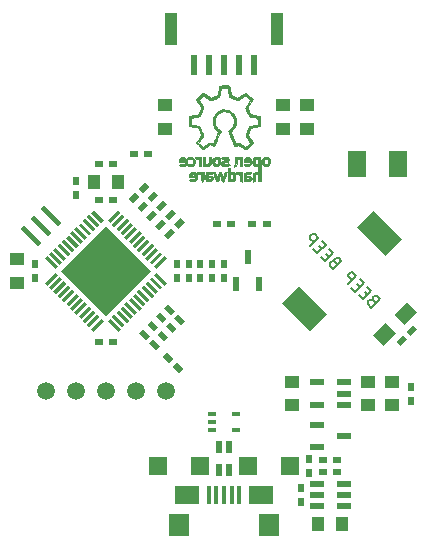
<source format=gbr>
G04 #@! TF.FileFunction,Soldermask,Bot*
%FSLAX46Y46*%
G04 Gerber Fmt 4.6, Leading zero omitted, Abs format (unit mm)*
G04 Created by KiCad (PCBNEW 4.0.7-e2-6376~58~ubuntu14.04.1) date Mon Apr  9 12:37:09 2018*
%MOMM*%
%LPD*%
G01*
G04 APERTURE LIST*
%ADD10C,0.100000*%
%ADD11C,0.140000*%
%ADD12C,0.010000*%
%ADD13R,1.200000X0.600000*%
%ADD14R,1.800000X1.900000*%
%ADD15R,2.100000X1.600000*%
%ADD16R,0.400000X1.500000*%
%ADD17C,1.500000*%
%ADD18R,0.500000X0.800000*%
%ADD19R,0.800000X0.500000*%
%ADD20R,1.200000X1.000000*%
%ADD21R,1.000000X1.200000*%
%ADD22R,0.600000X1.700000*%
%ADD23R,1.000000X2.700000*%
%ADD24R,0.600000X1.200000*%
%ADD25R,0.800000X0.300000*%
%ADD26R,1.500000X2.300000*%
%ADD27R,0.500000X1.000000*%
%ADD28R,1.600000X1.600000*%
G04 APERTURE END LIST*
D10*
D11*
X141033825Y-79508545D02*
X140899138Y-79441201D01*
X140831794Y-79441202D01*
X140730778Y-79474874D01*
X140629763Y-79575889D01*
X140596092Y-79676904D01*
X140596092Y-79744247D01*
X140629763Y-79845263D01*
X140899138Y-80114637D01*
X141606245Y-79407530D01*
X141370542Y-79171828D01*
X141269527Y-79138156D01*
X141202183Y-79138156D01*
X141101168Y-79171828D01*
X141033825Y-79239171D01*
X141000153Y-79340186D01*
X141000153Y-79407530D01*
X141033825Y-79508545D01*
X141269527Y-79744247D01*
X140562421Y-79037141D02*
X140326718Y-78801438D01*
X139855313Y-79070812D02*
X140192031Y-79407530D01*
X140899138Y-78700424D01*
X140562420Y-78363706D01*
X139922657Y-78397377D02*
X139686954Y-78161675D01*
X139215550Y-78431049D02*
X139552268Y-78767767D01*
X140259374Y-78060660D01*
X139922657Y-77723942D01*
X138912504Y-78128004D02*
X139619611Y-77420897D01*
X139350237Y-77151522D01*
X139249221Y-77117851D01*
X139181878Y-77117851D01*
X139080863Y-77151522D01*
X138979848Y-77252538D01*
X138946176Y-77353553D01*
X138946176Y-77420896D01*
X138979848Y-77521911D01*
X139249222Y-77791286D01*
X137801336Y-76276056D02*
X137666649Y-76208713D01*
X137599305Y-76208714D01*
X137498290Y-76242385D01*
X137397275Y-76343400D01*
X137363603Y-76444416D01*
X137363603Y-76511759D01*
X137397275Y-76612774D01*
X137666649Y-76882149D01*
X138373756Y-76175042D01*
X138138053Y-75939339D01*
X138037038Y-75905667D01*
X137969695Y-75905667D01*
X137868680Y-75939339D01*
X137801336Y-76006683D01*
X137767664Y-76107698D01*
X137767664Y-76175041D01*
X137801336Y-76276056D01*
X138037039Y-76511759D01*
X137329932Y-75804652D02*
X137094229Y-75568950D01*
X136622825Y-75838324D02*
X136959543Y-76175042D01*
X137666649Y-75467935D01*
X137329931Y-75131217D01*
X136690169Y-75164889D02*
X136454466Y-74929186D01*
X135983061Y-75198561D02*
X136319779Y-75535279D01*
X137026886Y-74828172D01*
X136690168Y-74491454D01*
X135680016Y-74895515D02*
X136387123Y-74188408D01*
X136117748Y-73919034D01*
X136016733Y-73885362D01*
X135949390Y-73885362D01*
X135848374Y-73919034D01*
X135747359Y-74020049D01*
X135713688Y-74121064D01*
X135713688Y-74188408D01*
X135747359Y-74289423D01*
X136016734Y-74558797D01*
D12*
G36*
X131049585Y-67346193D02*
X130959051Y-67393900D01*
X130901336Y-67463147D01*
X130879564Y-67538609D01*
X130867502Y-67659844D01*
X130865105Y-67765844D01*
X130865751Y-67875935D01*
X130870172Y-67948619D01*
X130882090Y-67997340D01*
X130905230Y-68035541D01*
X130943314Y-68076666D01*
X130954211Y-68087584D01*
X131015196Y-68142237D01*
X131065677Y-68165686D01*
X131126527Y-68166744D01*
X131138545Y-68165433D01*
X131214122Y-68152772D01*
X131273286Y-68136660D01*
X131278268Y-68134628D01*
X131297939Y-68129939D01*
X131310792Y-68141984D01*
X131318258Y-68178887D01*
X131321766Y-68248769D01*
X131322744Y-68359755D01*
X131322762Y-68387487D01*
X131322110Y-68507668D01*
X131319199Y-68585154D01*
X131312601Y-68628092D01*
X131300887Y-68644632D01*
X131282628Y-68642922D01*
X131278268Y-68641192D01*
X131149175Y-68607349D01*
X131036549Y-68621500D01*
X130939779Y-68683743D01*
X130926501Y-68697333D01*
X130901670Y-68726779D01*
X130884623Y-68758535D01*
X130873902Y-68802277D01*
X130868047Y-68867685D01*
X130865601Y-68964435D01*
X130865105Y-69102206D01*
X130865105Y-69445864D01*
X130947737Y-69437897D01*
X131030370Y-69429930D01*
X131037641Y-69151241D01*
X131044801Y-69002730D01*
X131058982Y-68898220D01*
X131082760Y-68831059D01*
X131118708Y-68794593D01*
X131169402Y-68782166D01*
X131180507Y-68781971D01*
X131231899Y-68786481D01*
X131268052Y-68804354D01*
X131292164Y-68843419D01*
X131307433Y-68911506D01*
X131317060Y-69016447D01*
X131322762Y-69130177D01*
X131335475Y-69429930D01*
X131418283Y-69437910D01*
X131484913Y-69434061D01*
X131513925Y-69412442D01*
X131516573Y-69380417D01*
X131518709Y-69303163D01*
X131520300Y-69186302D01*
X131521312Y-69035453D01*
X131521714Y-68856238D01*
X131521472Y-68654276D01*
X131520552Y-68435188D01*
X131520107Y-68362020D01*
X131516337Y-67785704D01*
X131323161Y-67785704D01*
X131311143Y-67875330D01*
X131286559Y-67939388D01*
X131280684Y-67946897D01*
X131214066Y-67988076D01*
X131139368Y-67982657D01*
X131089579Y-67951314D01*
X131059507Y-67896463D01*
X131043452Y-67811350D01*
X131041621Y-67714653D01*
X131054225Y-67625050D01*
X131081473Y-67561220D01*
X131085162Y-67556807D01*
X131151230Y-67516777D01*
X131226784Y-67517418D01*
X131282808Y-67550264D01*
X131309093Y-67604487D01*
X131322511Y-67689195D01*
X131323161Y-67785704D01*
X131516337Y-67785704D01*
X131513453Y-67345045D01*
X131441996Y-67336851D01*
X131377032Y-67340468D01*
X131335563Y-67357685D01*
X131288816Y-67373406D01*
X131249783Y-67359522D01*
X131152130Y-67333058D01*
X131049585Y-67346193D01*
X131049585Y-67346193D01*
G37*
X131049585Y-67346193D02*
X130959051Y-67393900D01*
X130901336Y-67463147D01*
X130879564Y-67538609D01*
X130867502Y-67659844D01*
X130865105Y-67765844D01*
X130865751Y-67875935D01*
X130870172Y-67948619D01*
X130882090Y-67997340D01*
X130905230Y-68035541D01*
X130943314Y-68076666D01*
X130954211Y-68087584D01*
X131015196Y-68142237D01*
X131065677Y-68165686D01*
X131126527Y-68166744D01*
X131138545Y-68165433D01*
X131214122Y-68152772D01*
X131273286Y-68136660D01*
X131278268Y-68134628D01*
X131297939Y-68129939D01*
X131310792Y-68141984D01*
X131318258Y-68178887D01*
X131321766Y-68248769D01*
X131322744Y-68359755D01*
X131322762Y-68387487D01*
X131322110Y-68507668D01*
X131319199Y-68585154D01*
X131312601Y-68628092D01*
X131300887Y-68644632D01*
X131282628Y-68642922D01*
X131278268Y-68641192D01*
X131149175Y-68607349D01*
X131036549Y-68621500D01*
X130939779Y-68683743D01*
X130926501Y-68697333D01*
X130901670Y-68726779D01*
X130884623Y-68758535D01*
X130873902Y-68802277D01*
X130868047Y-68867685D01*
X130865601Y-68964435D01*
X130865105Y-69102206D01*
X130865105Y-69445864D01*
X130947737Y-69437897D01*
X131030370Y-69429930D01*
X131037641Y-69151241D01*
X131044801Y-69002730D01*
X131058982Y-68898220D01*
X131082760Y-68831059D01*
X131118708Y-68794593D01*
X131169402Y-68782166D01*
X131180507Y-68781971D01*
X131231899Y-68786481D01*
X131268052Y-68804354D01*
X131292164Y-68843419D01*
X131307433Y-68911506D01*
X131317060Y-69016447D01*
X131322762Y-69130177D01*
X131335475Y-69429930D01*
X131418283Y-69437910D01*
X131484913Y-69434061D01*
X131513925Y-69412442D01*
X131516573Y-69380417D01*
X131518709Y-69303163D01*
X131520300Y-69186302D01*
X131521312Y-69035453D01*
X131521714Y-68856238D01*
X131521472Y-68654276D01*
X131520552Y-68435188D01*
X131520107Y-68362020D01*
X131516337Y-67785704D01*
X131323161Y-67785704D01*
X131311143Y-67875330D01*
X131286559Y-67939388D01*
X131280684Y-67946897D01*
X131214066Y-67988076D01*
X131139368Y-67982657D01*
X131089579Y-67951314D01*
X131059507Y-67896463D01*
X131043452Y-67811350D01*
X131041621Y-67714653D01*
X131054225Y-67625050D01*
X131081473Y-67561220D01*
X131085162Y-67556807D01*
X131151230Y-67516777D01*
X131226784Y-67517418D01*
X131282808Y-67550264D01*
X131309093Y-67604487D01*
X131322511Y-67689195D01*
X131323161Y-67785704D01*
X131516337Y-67785704D01*
X131513453Y-67345045D01*
X131441996Y-67336851D01*
X131377032Y-67340468D01*
X131335563Y-67357685D01*
X131288816Y-67373406D01*
X131249783Y-67359522D01*
X131152130Y-67333058D01*
X131049585Y-67346193D01*
G36*
X130350222Y-68609504D02*
X130248294Y-68638760D01*
X130166738Y-68686052D01*
X130118824Y-68748745D01*
X130114730Y-68761724D01*
X130109658Y-68809341D01*
X130106665Y-68895312D01*
X130105992Y-69007172D01*
X130107692Y-69124825D01*
X130111210Y-69253515D01*
X130115616Y-69340067D01*
X130122744Y-69393183D01*
X130134423Y-69421566D01*
X130152488Y-69433920D01*
X130173661Y-69438238D01*
X130233099Y-69434468D01*
X130263503Y-69420623D01*
X130311819Y-69409468D01*
X130332024Y-69418282D01*
X130390973Y-69435744D01*
X130475014Y-69439533D01*
X130560273Y-69429696D01*
X130600983Y-69417724D01*
X130668751Y-69370911D01*
X130726809Y-69298756D01*
X130760250Y-69221676D01*
X130763403Y-69195239D01*
X130756752Y-69166497D01*
X130583870Y-69166497D01*
X130569994Y-69216517D01*
X130554915Y-69234154D01*
X130506491Y-69255714D01*
X130431838Y-69264321D01*
X130354270Y-69258475D01*
X130320538Y-69249232D01*
X130289479Y-69212903D01*
X130280320Y-69160243D01*
X130284492Y-69113321D01*
X130306631Y-69092269D01*
X130361168Y-69086816D01*
X130383693Y-69086687D01*
X130485471Y-69097061D01*
X130553946Y-69125171D01*
X130583870Y-69166497D01*
X130756752Y-69166497D01*
X130742043Y-69102944D01*
X130687015Y-69019315D01*
X130611899Y-68964121D01*
X130602003Y-68960285D01*
X130530109Y-68944332D01*
X130437814Y-68935073D01*
X130401964Y-68934134D01*
X130327738Y-68932468D01*
X130292023Y-68922555D01*
X130282491Y-68897025D01*
X130284988Y-68864214D01*
X130295680Y-68819753D01*
X130324215Y-68797559D01*
X130385608Y-68787726D01*
X130402970Y-68786384D01*
X130479135Y-68787831D01*
X130536781Y-68801012D01*
X130547950Y-68807557D01*
X130584991Y-68821154D01*
X130634066Y-68799109D01*
X130646974Y-68790042D01*
X130697149Y-68748133D01*
X130705265Y-68715660D01*
X130671156Y-68677035D01*
X130645560Y-68656300D01*
X130562123Y-68615639D01*
X130459254Y-68600918D01*
X130350222Y-68609504D01*
X130350222Y-68609504D01*
G37*
X130350222Y-68609504D02*
X130248294Y-68638760D01*
X130166738Y-68686052D01*
X130118824Y-68748745D01*
X130114730Y-68761724D01*
X130109658Y-68809341D01*
X130106665Y-68895312D01*
X130105992Y-69007172D01*
X130107692Y-69124825D01*
X130111210Y-69253515D01*
X130115616Y-69340067D01*
X130122744Y-69393183D01*
X130134423Y-69421566D01*
X130152488Y-69433920D01*
X130173661Y-69438238D01*
X130233099Y-69434468D01*
X130263503Y-69420623D01*
X130311819Y-69409468D01*
X130332024Y-69418282D01*
X130390973Y-69435744D01*
X130475014Y-69439533D01*
X130560273Y-69429696D01*
X130600983Y-69417724D01*
X130668751Y-69370911D01*
X130726809Y-69298756D01*
X130760250Y-69221676D01*
X130763403Y-69195239D01*
X130756752Y-69166497D01*
X130583870Y-69166497D01*
X130569994Y-69216517D01*
X130554915Y-69234154D01*
X130506491Y-69255714D01*
X130431838Y-69264321D01*
X130354270Y-69258475D01*
X130320538Y-69249232D01*
X130289479Y-69212903D01*
X130280320Y-69160243D01*
X130284492Y-69113321D01*
X130306631Y-69092269D01*
X130361168Y-69086816D01*
X130383693Y-69086687D01*
X130485471Y-69097061D01*
X130553946Y-69125171D01*
X130583870Y-69166497D01*
X130756752Y-69166497D01*
X130742043Y-69102944D01*
X130687015Y-69019315D01*
X130611899Y-68964121D01*
X130602003Y-68960285D01*
X130530109Y-68944332D01*
X130437814Y-68935073D01*
X130401964Y-68934134D01*
X130327738Y-68932468D01*
X130292023Y-68922555D01*
X130282491Y-68897025D01*
X130284988Y-68864214D01*
X130295680Y-68819753D01*
X130324215Y-68797559D01*
X130385608Y-68787726D01*
X130402970Y-68786384D01*
X130479135Y-68787831D01*
X130536781Y-68801012D01*
X130547950Y-68807557D01*
X130584991Y-68821154D01*
X130634066Y-68799109D01*
X130646974Y-68790042D01*
X130697149Y-68748133D01*
X130705265Y-68715660D01*
X130671156Y-68677035D01*
X130645560Y-68656300D01*
X130562123Y-68615639D01*
X130459254Y-68600918D01*
X130350222Y-68609504D01*
G36*
X129776413Y-68611241D02*
X129742249Y-68629907D01*
X129740933Y-68632675D01*
X129721078Y-68649031D01*
X129676922Y-68632675D01*
X129590396Y-68606994D01*
X129498005Y-68610059D01*
X129430065Y-68637503D01*
X129400180Y-68664307D01*
X129400450Y-68692515D01*
X129428030Y-68739054D01*
X129466064Y-68784111D01*
X129512090Y-68797833D01*
X129564877Y-68793256D01*
X129630364Y-68787107D01*
X129676596Y-68795628D01*
X129707421Y-68825962D01*
X129726685Y-68885248D01*
X129738235Y-68980628D01*
X129745918Y-69119242D01*
X129746386Y-69130177D01*
X129759099Y-69429930D01*
X129841731Y-69437897D01*
X129924364Y-69445864D01*
X129924364Y-68603603D01*
X129837494Y-68603603D01*
X129776413Y-68611241D01*
X129776413Y-68611241D01*
G37*
X129776413Y-68611241D02*
X129742249Y-68629907D01*
X129740933Y-68632675D01*
X129721078Y-68649031D01*
X129676922Y-68632675D01*
X129590396Y-68606994D01*
X129498005Y-68610059D01*
X129430065Y-68637503D01*
X129400180Y-68664307D01*
X129400450Y-68692515D01*
X129428030Y-68739054D01*
X129466064Y-68784111D01*
X129512090Y-68797833D01*
X129564877Y-68793256D01*
X129630364Y-68787107D01*
X129676596Y-68795628D01*
X129707421Y-68825962D01*
X129726685Y-68885248D01*
X129738235Y-68980628D01*
X129745918Y-69119242D01*
X129746386Y-69130177D01*
X129759099Y-69429930D01*
X129841731Y-69437897D01*
X129924364Y-69445864D01*
X129924364Y-68603603D01*
X129837494Y-68603603D01*
X129776413Y-68611241D01*
G36*
X128735248Y-68851501D02*
X128742082Y-69429930D01*
X128824714Y-69437897D01*
X128885225Y-69436461D01*
X128906893Y-69414024D01*
X128907347Y-69407623D01*
X128913066Y-69383985D01*
X128939212Y-69387381D01*
X128977267Y-69405856D01*
X129093015Y-69438814D01*
X129213708Y-69423008D01*
X129231361Y-69416484D01*
X129282599Y-69379956D01*
X129333941Y-69320223D01*
X129340616Y-69310038D01*
X129365841Y-69262216D01*
X129380629Y-69209065D01*
X129386880Y-69136933D01*
X129386495Y-69032167D01*
X129386399Y-69028780D01*
X129212452Y-69028780D01*
X129197950Y-69139833D01*
X129158408Y-69218626D01*
X129099772Y-69260181D01*
X129027987Y-69259517D01*
X128971822Y-69230337D01*
X128937698Y-69182558D01*
X128918476Y-69095921D01*
X128915036Y-69058715D01*
X128917545Y-68931136D01*
X128947260Y-68844800D01*
X129005429Y-68797224D01*
X129051681Y-68786509D01*
X129129379Y-68798333D01*
X129181290Y-68852268D01*
X129208112Y-68949367D01*
X129212452Y-69028780D01*
X129386399Y-69028780D01*
X129385272Y-68989225D01*
X129380957Y-68877463D01*
X129374143Y-68803799D01*
X129361125Y-68755494D01*
X129338196Y-68719809D01*
X129301652Y-68684006D01*
X129294684Y-68677763D01*
X129198698Y-68620339D01*
X129092907Y-68602591D01*
X128992858Y-68626143D01*
X128963855Y-68643183D01*
X128907347Y-68682763D01*
X128907347Y-68273073D01*
X128728414Y-68273073D01*
X128735248Y-68851501D01*
X128735248Y-68851501D01*
G37*
X128735248Y-68851501D02*
X128742082Y-69429930D01*
X128824714Y-69437897D01*
X128885225Y-69436461D01*
X128906893Y-69414024D01*
X128907347Y-69407623D01*
X128913066Y-69383985D01*
X128939212Y-69387381D01*
X128977267Y-69405856D01*
X129093015Y-69438814D01*
X129213708Y-69423008D01*
X129231361Y-69416484D01*
X129282599Y-69379956D01*
X129333941Y-69320223D01*
X129340616Y-69310038D01*
X129365841Y-69262216D01*
X129380629Y-69209065D01*
X129386880Y-69136933D01*
X129386495Y-69032167D01*
X129386399Y-69028780D01*
X129212452Y-69028780D01*
X129197950Y-69139833D01*
X129158408Y-69218626D01*
X129099772Y-69260181D01*
X129027987Y-69259517D01*
X128971822Y-69230337D01*
X128937698Y-69182558D01*
X128918476Y-69095921D01*
X128915036Y-69058715D01*
X128917545Y-68931136D01*
X128947260Y-68844800D01*
X129005429Y-68797224D01*
X129051681Y-68786509D01*
X129129379Y-68798333D01*
X129181290Y-68852268D01*
X129208112Y-68949367D01*
X129212452Y-69028780D01*
X129386399Y-69028780D01*
X129385272Y-68989225D01*
X129380957Y-68877463D01*
X129374143Y-68803799D01*
X129361125Y-68755494D01*
X129338196Y-68719809D01*
X129301652Y-68684006D01*
X129294684Y-68677763D01*
X129198698Y-68620339D01*
X129092907Y-68602591D01*
X128992858Y-68626143D01*
X128963855Y-68643183D01*
X128907347Y-68682763D01*
X128907347Y-68273073D01*
X128728414Y-68273073D01*
X128735248Y-68851501D01*
G36*
X128528588Y-68605668D02*
X128499691Y-68616661D01*
X128475617Y-68643778D01*
X128452766Y-68694216D01*
X128427538Y-68775173D01*
X128396332Y-68893844D01*
X128371951Y-68991341D01*
X128351667Y-69060980D01*
X128333270Y-69104399D01*
X128325900Y-69111666D01*
X128312145Y-69088807D01*
X128287759Y-69027468D01*
X128256599Y-68937915D01*
X128232769Y-68863768D01*
X128196565Y-68751043D01*
X128169079Y-68678197D01*
X128145199Y-68636174D01*
X128119816Y-68615918D01*
X128088714Y-68608478D01*
X128058018Y-68607672D01*
X128034160Y-68619184D01*
X128012067Y-68651341D01*
X127986666Y-68712465D01*
X127952886Y-68810882D01*
X127938204Y-68855495D01*
X127902865Y-68958433D01*
X127872165Y-69038894D01*
X127849877Y-69087522D01*
X127840717Y-69097302D01*
X127828414Y-69068575D01*
X127806837Y-69002140D01*
X127779591Y-68909482D01*
X127763164Y-68850285D01*
X127699561Y-68616316D01*
X127602012Y-68608291D01*
X127539693Y-68605635D01*
X127515989Y-68616759D01*
X127519051Y-68649185D01*
X127521907Y-68659142D01*
X127569770Y-68817775D01*
X127618128Y-68972904D01*
X127664308Y-69116442D01*
X127705631Y-69240302D01*
X127739422Y-69336397D01*
X127763005Y-69396640D01*
X127771090Y-69412146D01*
X127814177Y-69434855D01*
X127860304Y-69437572D01*
X127889883Y-69429624D01*
X127913939Y-69408088D01*
X127937046Y-69364166D01*
X127963777Y-69289059D01*
X127998706Y-69173968D01*
X128000497Y-69167867D01*
X128034867Y-69058763D01*
X128064293Y-68980793D01*
X128086021Y-68940587D01*
X128095523Y-68939038D01*
X128110465Y-68977969D01*
X128134092Y-69051976D01*
X128161980Y-69147004D01*
X128170008Y-69175676D01*
X128204854Y-69294608D01*
X128234102Y-69372325D01*
X128263105Y-69417273D01*
X128297213Y-69437894D01*
X128339186Y-69442642D01*
X128390663Y-69430981D01*
X128411759Y-69410861D01*
X128430189Y-69355917D01*
X128457948Y-69269281D01*
X128491936Y-69161058D01*
X128529053Y-69041349D01*
X128566198Y-68920258D01*
X128600272Y-68807888D01*
X128628175Y-68714342D01*
X128646805Y-68649723D01*
X128653093Y-68624399D01*
X128630760Y-68610537D01*
X128575992Y-68603743D01*
X128565908Y-68603603D01*
X128528588Y-68605668D01*
X128528588Y-68605668D01*
G37*
X128528588Y-68605668D02*
X128499691Y-68616661D01*
X128475617Y-68643778D01*
X128452766Y-68694216D01*
X128427538Y-68775173D01*
X128396332Y-68893844D01*
X128371951Y-68991341D01*
X128351667Y-69060980D01*
X128333270Y-69104399D01*
X128325900Y-69111666D01*
X128312145Y-69088807D01*
X128287759Y-69027468D01*
X128256599Y-68937915D01*
X128232769Y-68863768D01*
X128196565Y-68751043D01*
X128169079Y-68678197D01*
X128145199Y-68636174D01*
X128119816Y-68615918D01*
X128088714Y-68608478D01*
X128058018Y-68607672D01*
X128034160Y-68619184D01*
X128012067Y-68651341D01*
X127986666Y-68712465D01*
X127952886Y-68810882D01*
X127938204Y-68855495D01*
X127902865Y-68958433D01*
X127872165Y-69038894D01*
X127849877Y-69087522D01*
X127840717Y-69097302D01*
X127828414Y-69068575D01*
X127806837Y-69002140D01*
X127779591Y-68909482D01*
X127763164Y-68850285D01*
X127699561Y-68616316D01*
X127602012Y-68608291D01*
X127539693Y-68605635D01*
X127515989Y-68616759D01*
X127519051Y-68649185D01*
X127521907Y-68659142D01*
X127569770Y-68817775D01*
X127618128Y-68972904D01*
X127664308Y-69116442D01*
X127705631Y-69240302D01*
X127739422Y-69336397D01*
X127763005Y-69396640D01*
X127771090Y-69412146D01*
X127814177Y-69434855D01*
X127860304Y-69437572D01*
X127889883Y-69429624D01*
X127913939Y-69408088D01*
X127937046Y-69364166D01*
X127963777Y-69289059D01*
X127998706Y-69173968D01*
X128000497Y-69167867D01*
X128034867Y-69058763D01*
X128064293Y-68980793D01*
X128086021Y-68940587D01*
X128095523Y-68939038D01*
X128110465Y-68977969D01*
X128134092Y-69051976D01*
X128161980Y-69147004D01*
X128170008Y-69175676D01*
X128204854Y-69294608D01*
X128234102Y-69372325D01*
X128263105Y-69417273D01*
X128297213Y-69437894D01*
X128339186Y-69442642D01*
X128390663Y-69430981D01*
X128411759Y-69410861D01*
X128430189Y-69355917D01*
X128457948Y-69269281D01*
X128491936Y-69161058D01*
X128529053Y-69041349D01*
X128566198Y-68920258D01*
X128600272Y-68807888D01*
X128628175Y-68714342D01*
X128646805Y-68649723D01*
X128653093Y-68624399D01*
X128630760Y-68610537D01*
X128575992Y-68603743D01*
X128565908Y-68603603D01*
X128528588Y-68605668D01*
G36*
X127083124Y-68613632D02*
X126991291Y-68638614D01*
X126935198Y-68669970D01*
X126895440Y-68714974D01*
X126869785Y-68781508D01*
X126856002Y-68877457D01*
X126851860Y-69010704D01*
X126853390Y-69125795D01*
X126856850Y-69254246D01*
X126861226Y-69340572D01*
X126868355Y-69393492D01*
X126880073Y-69421723D01*
X126898217Y-69433983D01*
X126919207Y-69438238D01*
X126978259Y-69435157D01*
X127008196Y-69422311D01*
X127054784Y-69411128D01*
X127089429Y-69418572D01*
X127184698Y-69437534D01*
X127293229Y-69431553D01*
X127356396Y-69414478D01*
X127440071Y-69356765D01*
X127493050Y-69269797D01*
X127506816Y-69188208D01*
X127330035Y-69188208D01*
X127315805Y-69234621D01*
X127299189Y-69247826D01*
X127235824Y-69260770D01*
X127158388Y-69261150D01*
X127089738Y-69250254D01*
X127056376Y-69234154D01*
X127031745Y-69185450D01*
X127025866Y-69145165D01*
X127031594Y-69108713D01*
X127057816Y-69091608D01*
X127118087Y-69086796D01*
X127138201Y-69086687D01*
X127216887Y-69090060D01*
X127278187Y-69098502D01*
X127290753Y-69102119D01*
X127321199Y-69135656D01*
X127330035Y-69188208D01*
X127506816Y-69188208D01*
X127510178Y-69168289D01*
X127486299Y-69066958D01*
X127481477Y-69057437D01*
X127425337Y-69001094D01*
X127331550Y-68959362D01*
X127212319Y-68936810D01*
X127152121Y-68934134D01*
X127076133Y-68932612D01*
X127038841Y-68923388D01*
X127028090Y-68899473D01*
X127030533Y-68864214D01*
X127039989Y-68821926D01*
X127065059Y-68799825D01*
X127119828Y-68789630D01*
X127162896Y-68786400D01*
X127240570Y-68786605D01*
X127297587Y-68796041D01*
X127312519Y-68803810D01*
X127349447Y-68810199D01*
X127399083Y-68789220D01*
X127441795Y-68752747D01*
X127458098Y-68715747D01*
X127434999Y-68671674D01*
X127373802Y-68637418D01*
X127286658Y-68614988D01*
X127185715Y-68606390D01*
X127083124Y-68613632D01*
X127083124Y-68613632D01*
G37*
X127083124Y-68613632D02*
X126991291Y-68638614D01*
X126935198Y-68669970D01*
X126895440Y-68714974D01*
X126869785Y-68781508D01*
X126856002Y-68877457D01*
X126851860Y-69010704D01*
X126853390Y-69125795D01*
X126856850Y-69254246D01*
X126861226Y-69340572D01*
X126868355Y-69393492D01*
X126880073Y-69421723D01*
X126898217Y-69433983D01*
X126919207Y-69438238D01*
X126978259Y-69435157D01*
X127008196Y-69422311D01*
X127054784Y-69411128D01*
X127089429Y-69418572D01*
X127184698Y-69437534D01*
X127293229Y-69431553D01*
X127356396Y-69414478D01*
X127440071Y-69356765D01*
X127493050Y-69269797D01*
X127506816Y-69188208D01*
X127330035Y-69188208D01*
X127315805Y-69234621D01*
X127299189Y-69247826D01*
X127235824Y-69260770D01*
X127158388Y-69261150D01*
X127089738Y-69250254D01*
X127056376Y-69234154D01*
X127031745Y-69185450D01*
X127025866Y-69145165D01*
X127031594Y-69108713D01*
X127057816Y-69091608D01*
X127118087Y-69086796D01*
X127138201Y-69086687D01*
X127216887Y-69090060D01*
X127278187Y-69098502D01*
X127290753Y-69102119D01*
X127321199Y-69135656D01*
X127330035Y-69188208D01*
X127506816Y-69188208D01*
X127510178Y-69168289D01*
X127486299Y-69066958D01*
X127481477Y-69057437D01*
X127425337Y-69001094D01*
X127331550Y-68959362D01*
X127212319Y-68936810D01*
X127152121Y-68934134D01*
X127076133Y-68932612D01*
X127038841Y-68923388D01*
X127028090Y-68899473D01*
X127030533Y-68864214D01*
X127039989Y-68821926D01*
X127065059Y-68799825D01*
X127119828Y-68789630D01*
X127162896Y-68786400D01*
X127240570Y-68786605D01*
X127297587Y-68796041D01*
X127312519Y-68803810D01*
X127349447Y-68810199D01*
X127399083Y-68789220D01*
X127441795Y-68752747D01*
X127458098Y-68715747D01*
X127434999Y-68671674D01*
X127373802Y-68637418D01*
X127286658Y-68614988D01*
X127185715Y-68606390D01*
X127083124Y-68613632D01*
G36*
X126539305Y-68612515D02*
X126517358Y-68639981D01*
X126517357Y-68640234D01*
X126511310Y-68662615D01*
X126484275Y-68658336D01*
X126447437Y-68640390D01*
X126349777Y-68609105D01*
X126250749Y-68609197D01*
X126172617Y-68639693D01*
X126141519Y-68666287D01*
X126141700Y-68690666D01*
X126175040Y-68730876D01*
X126183013Y-68739383D01*
X126240956Y-68784747D01*
X126305879Y-68792665D01*
X126322853Y-68790469D01*
X126407831Y-68794544D01*
X126453794Y-68815807D01*
X126476112Y-68837825D01*
X126491438Y-68871053D01*
X126501507Y-68925188D01*
X126508050Y-69009930D01*
X126512801Y-69134975D01*
X126513189Y-69148151D01*
X126521733Y-69442642D01*
X126591584Y-69442642D01*
X126649000Y-69437032D01*
X126678385Y-69425692D01*
X126684161Y-69395697D01*
X126689093Y-69323894D01*
X126692813Y-69219324D01*
X126694957Y-69091028D01*
X126695335Y-69006173D01*
X126695335Y-68603603D01*
X126606346Y-68603603D01*
X126539305Y-68612515D01*
X126539305Y-68612515D01*
G37*
X126539305Y-68612515D02*
X126517358Y-68639981D01*
X126517357Y-68640234D01*
X126511310Y-68662615D01*
X126484275Y-68658336D01*
X126447437Y-68640390D01*
X126349777Y-68609105D01*
X126250749Y-68609197D01*
X126172617Y-68639693D01*
X126141519Y-68666287D01*
X126141700Y-68690666D01*
X126175040Y-68730876D01*
X126183013Y-68739383D01*
X126240956Y-68784747D01*
X126305879Y-68792665D01*
X126322853Y-68790469D01*
X126407831Y-68794544D01*
X126453794Y-68815807D01*
X126476112Y-68837825D01*
X126491438Y-68871053D01*
X126501507Y-68925188D01*
X126508050Y-69009930D01*
X126512801Y-69134975D01*
X126513189Y-69148151D01*
X126521733Y-69442642D01*
X126591584Y-69442642D01*
X126649000Y-69437032D01*
X126678385Y-69425692D01*
X126684161Y-69395697D01*
X126689093Y-69323894D01*
X126692813Y-69219324D01*
X126694957Y-69091028D01*
X126695335Y-69006173D01*
X126695335Y-68603603D01*
X126606346Y-68603603D01*
X126539305Y-68612515D01*
G36*
X125645368Y-68645022D02*
X125550363Y-68718909D01*
X125487853Y-68829238D01*
X125466452Y-68919179D01*
X125459337Y-68995238D01*
X125460209Y-69050203D01*
X125463828Y-69063892D01*
X125493808Y-69073773D01*
X125562669Y-69081495D01*
X125658454Y-69085984D01*
X125717957Y-69086687D01*
X125843889Y-69089616D01*
X125923039Y-69100116D01*
X125959228Y-69120756D01*
X125956277Y-69154102D01*
X125918009Y-69202723D01*
X125907147Y-69213814D01*
X125832153Y-69256013D01*
X125742408Y-69259937D01*
X125661333Y-69227034D01*
X125619806Y-69204741D01*
X125583100Y-69212056D01*
X125540305Y-69242345D01*
X125497007Y-69282632D01*
X125491662Y-69312946D01*
X125505739Y-69334765D01*
X125587624Y-69397104D01*
X125697312Y-69431663D01*
X125818617Y-69436176D01*
X125935355Y-69408376D01*
X125957998Y-69398108D01*
X126051055Y-69324228D01*
X126110244Y-69212956D01*
X126135115Y-69065231D01*
X126135936Y-69028663D01*
X126120225Y-68874099D01*
X125954912Y-68874099D01*
X125953461Y-68908249D01*
X125905601Y-68927721D01*
X125809786Y-68934127D01*
X125805445Y-68934134D01*
X125715628Y-68930914D01*
X125667672Y-68919877D01*
X125652915Y-68898963D01*
X125652893Y-68897812D01*
X125674480Y-68838418D01*
X125728819Y-68799145D01*
X125800275Y-68784475D01*
X125873212Y-68798893D01*
X125911501Y-68823660D01*
X125954912Y-68874099D01*
X126120225Y-68874099D01*
X126119586Y-68867818D01*
X126071257Y-68744535D01*
X125992177Y-68660209D01*
X125883571Y-68616233D01*
X125768884Y-68611628D01*
X125645368Y-68645022D01*
X125645368Y-68645022D01*
G37*
X125645368Y-68645022D02*
X125550363Y-68718909D01*
X125487853Y-68829238D01*
X125466452Y-68919179D01*
X125459337Y-68995238D01*
X125460209Y-69050203D01*
X125463828Y-69063892D01*
X125493808Y-69073773D01*
X125562669Y-69081495D01*
X125658454Y-69085984D01*
X125717957Y-69086687D01*
X125843889Y-69089616D01*
X125923039Y-69100116D01*
X125959228Y-69120756D01*
X125956277Y-69154102D01*
X125918009Y-69202723D01*
X125907147Y-69213814D01*
X125832153Y-69256013D01*
X125742408Y-69259937D01*
X125661333Y-69227034D01*
X125619806Y-69204741D01*
X125583100Y-69212056D01*
X125540305Y-69242345D01*
X125497007Y-69282632D01*
X125491662Y-69312946D01*
X125505739Y-69334765D01*
X125587624Y-69397104D01*
X125697312Y-69431663D01*
X125818617Y-69436176D01*
X125935355Y-69408376D01*
X125957998Y-69398108D01*
X126051055Y-69324228D01*
X126110244Y-69212956D01*
X126135115Y-69065231D01*
X126135936Y-69028663D01*
X126120225Y-68874099D01*
X125954912Y-68874099D01*
X125953461Y-68908249D01*
X125905601Y-68927721D01*
X125809786Y-68934127D01*
X125805445Y-68934134D01*
X125715628Y-68930914D01*
X125667672Y-68919877D01*
X125652915Y-68898963D01*
X125652893Y-68897812D01*
X125674480Y-68838418D01*
X125728819Y-68799145D01*
X125800275Y-68784475D01*
X125873212Y-68798893D01*
X125911501Y-68823660D01*
X125954912Y-68874099D01*
X126120225Y-68874099D01*
X126119586Y-68867818D01*
X126071257Y-68744535D01*
X125992177Y-68660209D01*
X125883571Y-68616233D01*
X125768884Y-68611628D01*
X125645368Y-68645022D01*
G36*
X131898658Y-67340692D02*
X131792711Y-67379936D01*
X131706199Y-67455037D01*
X131691952Y-67474945D01*
X131652202Y-67571255D01*
X131633360Y-67694686D01*
X131636207Y-67825660D01*
X131661521Y-67944601D01*
X131672158Y-67971771D01*
X131743674Y-68077943D01*
X131841983Y-68144732D01*
X131958481Y-68169265D01*
X132084563Y-68148667D01*
X132136376Y-68126837D01*
X132214434Y-68067876D01*
X132269820Y-67993393D01*
X132300912Y-67892622D01*
X132313229Y-67766701D01*
X132310934Y-67723399D01*
X132133899Y-67723399D01*
X132131000Y-67770831D01*
X132109646Y-67888836D01*
X132067331Y-67964104D01*
X132006570Y-67994730D01*
X131929877Y-67978806D01*
X131888794Y-67954524D01*
X131840324Y-67892792D01*
X131814668Y-67802919D01*
X131812498Y-67702542D01*
X131834487Y-67609297D01*
X131873303Y-67548187D01*
X131939465Y-67514303D01*
X132017421Y-67520275D01*
X132088375Y-67564011D01*
X132118752Y-67602605D01*
X132132775Y-67650149D01*
X132133899Y-67723399D01*
X132310934Y-67723399D01*
X132306399Y-67637888D01*
X132280045Y-67528441D01*
X132277746Y-67522763D01*
X132213583Y-67428339D01*
X132121045Y-67365869D01*
X132012086Y-67336328D01*
X131898658Y-67340692D01*
X131898658Y-67340692D01*
G37*
X131898658Y-67340692D02*
X131792711Y-67379936D01*
X131706199Y-67455037D01*
X131691952Y-67474945D01*
X131652202Y-67571255D01*
X131633360Y-67694686D01*
X131636207Y-67825660D01*
X131661521Y-67944601D01*
X131672158Y-67971771D01*
X131743674Y-68077943D01*
X131841983Y-68144732D01*
X131958481Y-68169265D01*
X132084563Y-68148667D01*
X132136376Y-68126837D01*
X132214434Y-68067876D01*
X132269820Y-67993393D01*
X132300912Y-67892622D01*
X132313229Y-67766701D01*
X132310934Y-67723399D01*
X132133899Y-67723399D01*
X132131000Y-67770831D01*
X132109646Y-67888836D01*
X132067331Y-67964104D01*
X132006570Y-67994730D01*
X131929877Y-67978806D01*
X131888794Y-67954524D01*
X131840324Y-67892792D01*
X131814668Y-67802919D01*
X131812498Y-67702542D01*
X131834487Y-67609297D01*
X131873303Y-67548187D01*
X131939465Y-67514303D01*
X132017421Y-67520275D01*
X132088375Y-67564011D01*
X132118752Y-67602605D01*
X132132775Y-67650149D01*
X132133899Y-67723399D01*
X132310934Y-67723399D01*
X132306399Y-67637888D01*
X132280045Y-67528441D01*
X132277746Y-67522763D01*
X132213583Y-67428339D01*
X132121045Y-67365869D01*
X132012086Y-67336328D01*
X131898658Y-67340692D01*
G36*
X130300866Y-67358442D02*
X130261868Y-67374898D01*
X130179015Y-67440070D01*
X130116482Y-67540203D01*
X130081900Y-67661017D01*
X130077475Y-67720070D01*
X130076917Y-67815415D01*
X130331171Y-67815415D01*
X130460999Y-67818050D01*
X130544160Y-67827615D01*
X130584643Y-67846606D01*
X130586437Y-67877514D01*
X130553532Y-67922833D01*
X130534574Y-67942542D01*
X130460676Y-67983734D01*
X130369009Y-67990060D01*
X130279712Y-67960549D01*
X130271157Y-67955243D01*
X130227215Y-67932446D01*
X130193770Y-67941455D01*
X130157242Y-67976370D01*
X130121043Y-68019307D01*
X130118922Y-68046612D01*
X130146489Y-68076315D01*
X130254104Y-68141460D01*
X130381329Y-68167997D01*
X130512655Y-68154093D01*
X130582472Y-68127830D01*
X130664650Y-68060779D01*
X130723302Y-67959221D01*
X130755878Y-67834972D01*
X130759827Y-67699848D01*
X130748311Y-67643095D01*
X130585425Y-67643095D01*
X130562325Y-67653521D01*
X130502283Y-67660684D01*
X130432873Y-67662863D01*
X130346942Y-67660698D01*
X130300515Y-67651954D01*
X130282344Y-67633257D01*
X130280320Y-67617097D01*
X130301319Y-67557628D01*
X130353986Y-67520103D01*
X130422824Y-67507458D01*
X130492338Y-67522626D01*
X130545845Y-67566818D01*
X130575324Y-67615517D01*
X130585425Y-67643095D01*
X130748311Y-67643095D01*
X130732599Y-67565664D01*
X130713992Y-67518353D01*
X130642848Y-67415588D01*
X130545287Y-67353097D01*
X130428797Y-67333257D01*
X130300866Y-67358442D01*
X130300866Y-67358442D01*
G37*
X130300866Y-67358442D02*
X130261868Y-67374898D01*
X130179015Y-67440070D01*
X130116482Y-67540203D01*
X130081900Y-67661017D01*
X130077475Y-67720070D01*
X130076917Y-67815415D01*
X130331171Y-67815415D01*
X130460999Y-67818050D01*
X130544160Y-67827615D01*
X130584643Y-67846606D01*
X130586437Y-67877514D01*
X130553532Y-67922833D01*
X130534574Y-67942542D01*
X130460676Y-67983734D01*
X130369009Y-67990060D01*
X130279712Y-67960549D01*
X130271157Y-67955243D01*
X130227215Y-67932446D01*
X130193770Y-67941455D01*
X130157242Y-67976370D01*
X130121043Y-68019307D01*
X130118922Y-68046612D01*
X130146489Y-68076315D01*
X130254104Y-68141460D01*
X130381329Y-68167997D01*
X130512655Y-68154093D01*
X130582472Y-68127830D01*
X130664650Y-68060779D01*
X130723302Y-67959221D01*
X130755878Y-67834972D01*
X130759827Y-67699848D01*
X130748311Y-67643095D01*
X130585425Y-67643095D01*
X130562325Y-67653521D01*
X130502283Y-67660684D01*
X130432873Y-67662863D01*
X130346942Y-67660698D01*
X130300515Y-67651954D01*
X130282344Y-67633257D01*
X130280320Y-67617097D01*
X130301319Y-67557628D01*
X130353986Y-67520103D01*
X130422824Y-67507458D01*
X130492338Y-67522626D01*
X130545845Y-67566818D01*
X130575324Y-67615517D01*
X130585425Y-67643095D01*
X130748311Y-67643095D01*
X130732599Y-67565664D01*
X130713992Y-67518353D01*
X130642848Y-67415588D01*
X130545287Y-67353097D01*
X130428797Y-67333257D01*
X130300866Y-67358442D01*
G36*
X129492262Y-67348734D02*
X129396107Y-67405172D01*
X129359214Y-67443366D01*
X129340755Y-67474030D01*
X129328110Y-67518493D01*
X129320248Y-67585872D01*
X129316136Y-67685280D01*
X129314740Y-67825834D01*
X129314719Y-67836095D01*
X129314154Y-68174593D01*
X129396787Y-68166626D01*
X129479419Y-68158659D01*
X129486690Y-67879970D01*
X129493850Y-67731459D01*
X129508031Y-67626949D01*
X129531809Y-67559788D01*
X129567757Y-67523321D01*
X129618451Y-67510895D01*
X129629556Y-67510699D01*
X129680949Y-67515210D01*
X129717101Y-67533082D01*
X129741213Y-67572147D01*
X129756483Y-67640235D01*
X129766109Y-67745176D01*
X129771812Y-67858906D01*
X129784524Y-68158659D01*
X129867332Y-68166639D01*
X129935298Y-68162419D01*
X129963387Y-68140096D01*
X129967593Y-68103525D01*
X129970286Y-68026014D01*
X129971318Y-67917459D01*
X129970543Y-67787752D01*
X129969568Y-67725309D01*
X129962502Y-67345045D01*
X129891045Y-67336851D01*
X129826081Y-67340468D01*
X129784612Y-67357685D01*
X129737865Y-67373406D01*
X129698832Y-67359522D01*
X129597947Y-67332339D01*
X129492262Y-67348734D01*
X129492262Y-67348734D01*
G37*
X129492262Y-67348734D02*
X129396107Y-67405172D01*
X129359214Y-67443366D01*
X129340755Y-67474030D01*
X129328110Y-67518493D01*
X129320248Y-67585872D01*
X129316136Y-67685280D01*
X129314740Y-67825834D01*
X129314719Y-67836095D01*
X129314154Y-68174593D01*
X129396787Y-68166626D01*
X129479419Y-68158659D01*
X129486690Y-67879970D01*
X129493850Y-67731459D01*
X129508031Y-67626949D01*
X129531809Y-67559788D01*
X129567757Y-67523321D01*
X129618451Y-67510895D01*
X129629556Y-67510699D01*
X129680949Y-67515210D01*
X129717101Y-67533082D01*
X129741213Y-67572147D01*
X129756483Y-67640235D01*
X129766109Y-67745176D01*
X129771812Y-67858906D01*
X129784524Y-68158659D01*
X129867332Y-68166639D01*
X129935298Y-68162419D01*
X129963387Y-68140096D01*
X129967593Y-68103525D01*
X129970286Y-68026014D01*
X129971318Y-67917459D01*
X129970543Y-67787752D01*
X129969568Y-67725309D01*
X129962502Y-67345045D01*
X129891045Y-67336851D01*
X129826081Y-67340468D01*
X129784612Y-67357685D01*
X129737865Y-67373406D01*
X129698832Y-67359522D01*
X129597947Y-67332339D01*
X129492262Y-67348734D01*
G36*
X128353697Y-67359716D02*
X128295548Y-67383993D01*
X128194284Y-67435655D01*
X128239354Y-67498509D01*
X128286978Y-67543682D01*
X128335275Y-67545278D01*
X128391128Y-67533049D01*
X128472051Y-67521146D01*
X128506757Y-67517308D01*
X128583788Y-67513441D01*
X128625175Y-67523660D01*
X128644371Y-67549681D01*
X128640949Y-67599257D01*
X128595732Y-67637876D01*
X128517501Y-67659870D01*
X128468993Y-67662863D01*
X128346735Y-67681678D01*
X128254865Y-67733642D01*
X128198553Y-67812031D01*
X128182972Y-67910119D01*
X128205981Y-68004841D01*
X128266969Y-68088659D01*
X128362702Y-68144324D01*
X128483932Y-68169191D01*
X128621414Y-68160616D01*
X128691231Y-68143612D01*
X128770202Y-68109389D01*
X128830743Y-68071329D01*
X128893979Y-68022218D01*
X128834502Y-67958908D01*
X128775026Y-67895598D01*
X128694990Y-67944400D01*
X128611648Y-67980340D01*
X128526124Y-67993765D01*
X128450385Y-67986246D01*
X128396396Y-67959360D01*
X128376121Y-67914678D01*
X128377371Y-67902632D01*
X128397909Y-67871693D01*
X128451863Y-67847204D01*
X128538781Y-67826711D01*
X128648948Y-67803586D01*
X128720250Y-67781659D01*
X128764163Y-67754931D01*
X128792161Y-67717402D01*
X128806227Y-67686885D01*
X128827319Y-67580719D01*
X128806574Y-67480748D01*
X128747900Y-67401056D01*
X128721633Y-67382065D01*
X128612506Y-67341851D01*
X128483542Y-67334430D01*
X128353697Y-67359716D01*
X128353697Y-67359716D01*
G37*
X128353697Y-67359716D02*
X128295548Y-67383993D01*
X128194284Y-67435655D01*
X128239354Y-67498509D01*
X128286978Y-67543682D01*
X128335275Y-67545278D01*
X128391128Y-67533049D01*
X128472051Y-67521146D01*
X128506757Y-67517308D01*
X128583788Y-67513441D01*
X128625175Y-67523660D01*
X128644371Y-67549681D01*
X128640949Y-67599257D01*
X128595732Y-67637876D01*
X128517501Y-67659870D01*
X128468993Y-67662863D01*
X128346735Y-67681678D01*
X128254865Y-67733642D01*
X128198553Y-67812031D01*
X128182972Y-67910119D01*
X128205981Y-68004841D01*
X128266969Y-68088659D01*
X128362702Y-68144324D01*
X128483932Y-68169191D01*
X128621414Y-68160616D01*
X128691231Y-68143612D01*
X128770202Y-68109389D01*
X128830743Y-68071329D01*
X128893979Y-68022218D01*
X128834502Y-67958908D01*
X128775026Y-67895598D01*
X128694990Y-67944400D01*
X128611648Y-67980340D01*
X128526124Y-67993765D01*
X128450385Y-67986246D01*
X128396396Y-67959360D01*
X128376121Y-67914678D01*
X128377371Y-67902632D01*
X128397909Y-67871693D01*
X128451863Y-67847204D01*
X128538781Y-67826711D01*
X128648948Y-67803586D01*
X128720250Y-67781659D01*
X128764163Y-67754931D01*
X128792161Y-67717402D01*
X128806227Y-67686885D01*
X128827319Y-67580719D01*
X128806574Y-67480748D01*
X128747900Y-67401056D01*
X128721633Y-67382065D01*
X128612506Y-67341851D01*
X128483542Y-67334430D01*
X128353697Y-67359716D01*
G36*
X127646113Y-67356642D02*
X127545120Y-67413295D01*
X127525099Y-67431574D01*
X127484486Y-67476281D01*
X127459805Y-67520217D01*
X127446198Y-67578697D01*
X127438808Y-67667039D01*
X127436675Y-67710403D01*
X127438359Y-67859401D01*
X127461423Y-67970450D01*
X127509562Y-68053279D01*
X127586471Y-68117616D01*
X127592816Y-68121550D01*
X127697195Y-68160484D01*
X127814656Y-68167364D01*
X127903043Y-68147115D01*
X127955528Y-68113998D01*
X128012716Y-68062740D01*
X128015054Y-68060247D01*
X128067781Y-67971498D01*
X128098322Y-67852867D01*
X128103883Y-67754351D01*
X127915755Y-67754351D01*
X127913090Y-67846411D01*
X127902292Y-67902608D01*
X127879159Y-67937774D01*
X127859247Y-67953813D01*
X127778428Y-67989909D01*
X127705740Y-67976643D01*
X127661501Y-67942542D01*
X127628618Y-67893546D01*
X127613271Y-67821952D01*
X127610650Y-67751852D01*
X127625054Y-67633091D01*
X127667019Y-67552751D01*
X127734671Y-67513716D01*
X127767557Y-67510310D01*
X127840758Y-67526843D01*
X127887941Y-67579264D01*
X127911679Y-67671809D01*
X127915755Y-67754351D01*
X128103883Y-67754351D01*
X128105786Y-67720650D01*
X128089277Y-67591142D01*
X128047903Y-67480642D01*
X128046932Y-67478939D01*
X127973718Y-67398435D01*
X127873671Y-67350415D01*
X127760050Y-67336083D01*
X127646113Y-67356642D01*
X127646113Y-67356642D01*
G37*
X127646113Y-67356642D02*
X127545120Y-67413295D01*
X127525099Y-67431574D01*
X127484486Y-67476281D01*
X127459805Y-67520217D01*
X127446198Y-67578697D01*
X127438808Y-67667039D01*
X127436675Y-67710403D01*
X127438359Y-67859401D01*
X127461423Y-67970450D01*
X127509562Y-68053279D01*
X127586471Y-68117616D01*
X127592816Y-68121550D01*
X127697195Y-68160484D01*
X127814656Y-68167364D01*
X127903043Y-68147115D01*
X127955528Y-68113998D01*
X128012716Y-68062740D01*
X128015054Y-68060247D01*
X128067781Y-67971498D01*
X128098322Y-67852867D01*
X128103883Y-67754351D01*
X127915755Y-67754351D01*
X127913090Y-67846411D01*
X127902292Y-67902608D01*
X127879159Y-67937774D01*
X127859247Y-67953813D01*
X127778428Y-67989909D01*
X127705740Y-67976643D01*
X127661501Y-67942542D01*
X127628618Y-67893546D01*
X127613271Y-67821952D01*
X127610650Y-67751852D01*
X127625054Y-67633091D01*
X127667019Y-67552751D01*
X127734671Y-67513716D01*
X127767557Y-67510310D01*
X127840758Y-67526843D01*
X127887941Y-67579264D01*
X127911679Y-67671809D01*
X127915755Y-67754351D01*
X128103883Y-67754351D01*
X128105786Y-67720650D01*
X128089277Y-67591142D01*
X128047903Y-67480642D01*
X128046932Y-67478939D01*
X127973718Y-67398435D01*
X127873671Y-67350415D01*
X127760050Y-67336083D01*
X127646113Y-67356642D01*
G36*
X127127567Y-67612012D02*
X127126535Y-67737982D01*
X127122358Y-67823671D01*
X127113413Y-67879624D01*
X127098077Y-67916388D01*
X127076716Y-67942542D01*
X127021367Y-67980636D01*
X126975015Y-67993393D01*
X126919665Y-67976137D01*
X126873313Y-67942542D01*
X126850597Y-67914151D01*
X126835777Y-67876355D01*
X126827230Y-67818610D01*
X126823334Y-67730367D01*
X126822462Y-67612012D01*
X126822462Y-67332332D01*
X126643225Y-67332332D01*
X126650211Y-67745495D01*
X126657197Y-68158659D01*
X126739830Y-68166626D01*
X126799484Y-68165597D01*
X126821572Y-68143949D01*
X126822462Y-68134191D01*
X126827295Y-68109224D01*
X126850783Y-68110329D01*
X126897476Y-68132580D01*
X127013755Y-68167547D01*
X127128501Y-68151875D01*
X127140280Y-68147335D01*
X127195279Y-68112865D01*
X127241982Y-68070083D01*
X127263077Y-68041098D01*
X127277978Y-68002626D01*
X127288081Y-67945287D01*
X127294784Y-67859701D01*
X127299487Y-67736485D01*
X127301159Y-67672988D01*
X127309485Y-67332332D01*
X127127567Y-67332332D01*
X127127567Y-67612012D01*
X127127567Y-67612012D01*
G37*
X127127567Y-67612012D02*
X127126535Y-67737982D01*
X127122358Y-67823671D01*
X127113413Y-67879624D01*
X127098077Y-67916388D01*
X127076716Y-67942542D01*
X127021367Y-67980636D01*
X126975015Y-67993393D01*
X126919665Y-67976137D01*
X126873313Y-67942542D01*
X126850597Y-67914151D01*
X126835777Y-67876355D01*
X126827230Y-67818610D01*
X126823334Y-67730367D01*
X126822462Y-67612012D01*
X126822462Y-67332332D01*
X126643225Y-67332332D01*
X126650211Y-67745495D01*
X126657197Y-68158659D01*
X126739830Y-68166626D01*
X126799484Y-68165597D01*
X126821572Y-68143949D01*
X126822462Y-68134191D01*
X126827295Y-68109224D01*
X126850783Y-68110329D01*
X126897476Y-68132580D01*
X127013755Y-68167547D01*
X127128501Y-68151875D01*
X127140280Y-68147335D01*
X127195279Y-68112865D01*
X127241982Y-68070083D01*
X127263077Y-68041098D01*
X127277978Y-68002626D01*
X127288081Y-67945287D01*
X127294784Y-67859701D01*
X127299487Y-67736485D01*
X127301159Y-67672988D01*
X127309485Y-67332332D01*
X127127567Y-67332332D01*
X127127567Y-67612012D01*
G36*
X126338066Y-67340102D02*
X126314416Y-67365645D01*
X126313954Y-67371912D01*
X126309358Y-67397279D01*
X126286570Y-67391308D01*
X126257446Y-67371912D01*
X126179250Y-67340903D01*
X126084468Y-67334362D01*
X125998027Y-67352591D01*
X125969214Y-67368421D01*
X125938497Y-67394730D01*
X125938387Y-67419070D01*
X125971036Y-67458944D01*
X125981755Y-67470396D01*
X126036277Y-67515652D01*
X126093288Y-67525397D01*
X126125568Y-67520913D01*
X126198285Y-67519295D01*
X126254726Y-67552954D01*
X126260720Y-67558778D01*
X126284400Y-67587475D01*
X126299857Y-67623958D01*
X126308796Y-67678903D01*
X126312926Y-67762985D01*
X126313953Y-67886879D01*
X126313954Y-67891692D01*
X126313954Y-68171371D01*
X126491932Y-68171371D01*
X126491932Y-67332332D01*
X126402943Y-67332332D01*
X126338066Y-67340102D01*
X126338066Y-67340102D01*
G37*
X126338066Y-67340102D02*
X126314416Y-67365645D01*
X126313954Y-67371912D01*
X126309358Y-67397279D01*
X126286570Y-67391308D01*
X126257446Y-67371912D01*
X126179250Y-67340903D01*
X126084468Y-67334362D01*
X125998027Y-67352591D01*
X125969214Y-67368421D01*
X125938497Y-67394730D01*
X125938387Y-67419070D01*
X125971036Y-67458944D01*
X125981755Y-67470396D01*
X126036277Y-67515652D01*
X126093288Y-67525397D01*
X126125568Y-67520913D01*
X126198285Y-67519295D01*
X126254726Y-67552954D01*
X126260720Y-67558778D01*
X126284400Y-67587475D01*
X126299857Y-67623958D01*
X126308796Y-67678903D01*
X126312926Y-67762985D01*
X126313953Y-67886879D01*
X126313954Y-67891692D01*
X126313954Y-68171371D01*
X126491932Y-68171371D01*
X126491932Y-67332332D01*
X126402943Y-67332332D01*
X126338066Y-67340102D01*
G36*
X125489776Y-67346893D02*
X125398002Y-67389539D01*
X125331948Y-67440298D01*
X125309457Y-67479090D01*
X125328181Y-67515816D01*
X125361538Y-67543411D01*
X125410203Y-67573053D01*
X125446999Y-67570552D01*
X125480747Y-67549767D01*
X125567582Y-67513634D01*
X125649533Y-67522397D01*
X125717985Y-67570240D01*
X125764322Y-67651345D01*
X125780020Y-67751852D01*
X125762074Y-67858739D01*
X125713978Y-67937789D01*
X125644348Y-67983186D01*
X125561799Y-67989112D01*
X125480747Y-67953936D01*
X125436250Y-67929262D01*
X125398766Y-67935723D01*
X125361538Y-67960292D01*
X125316071Y-68002130D01*
X125312784Y-68039150D01*
X125353054Y-68083087D01*
X125378268Y-68102700D01*
X125477927Y-68149186D01*
X125596695Y-68163950D01*
X125712803Y-68145509D01*
X125754088Y-68128264D01*
X125860722Y-68049116D01*
X125927578Y-67941300D01*
X125956464Y-67801495D01*
X125957998Y-67754051D01*
X125944730Y-67608610D01*
X125911539Y-67511878D01*
X125835138Y-67419221D01*
X125730391Y-67358697D01*
X125610777Y-67333517D01*
X125489776Y-67346893D01*
X125489776Y-67346893D01*
G37*
X125489776Y-67346893D02*
X125398002Y-67389539D01*
X125331948Y-67440298D01*
X125309457Y-67479090D01*
X125328181Y-67515816D01*
X125361538Y-67543411D01*
X125410203Y-67573053D01*
X125446999Y-67570552D01*
X125480747Y-67549767D01*
X125567582Y-67513634D01*
X125649533Y-67522397D01*
X125717985Y-67570240D01*
X125764322Y-67651345D01*
X125780020Y-67751852D01*
X125762074Y-67858739D01*
X125713978Y-67937789D01*
X125644348Y-67983186D01*
X125561799Y-67989112D01*
X125480747Y-67953936D01*
X125436250Y-67929262D01*
X125398766Y-67935723D01*
X125361538Y-67960292D01*
X125316071Y-68002130D01*
X125312784Y-68039150D01*
X125353054Y-68083087D01*
X125378268Y-68102700D01*
X125477927Y-68149186D01*
X125596695Y-68163950D01*
X125712803Y-68145509D01*
X125754088Y-68128264D01*
X125860722Y-68049116D01*
X125927578Y-67941300D01*
X125956464Y-67801495D01*
X125957998Y-67754051D01*
X125944730Y-67608610D01*
X125911539Y-67511878D01*
X125835138Y-67419221D01*
X125730391Y-67358697D01*
X125610777Y-67333517D01*
X125489776Y-67346893D01*
G36*
X124810232Y-67357606D02*
X124774691Y-67372661D01*
X124689976Y-67428983D01*
X124634544Y-67508793D01*
X124601970Y-67622845D01*
X124594636Y-67674072D01*
X124578024Y-67815415D01*
X124835778Y-67815415D01*
X124966545Y-67817983D01*
X125050671Y-67827336D01*
X125092181Y-67845949D01*
X125095101Y-67876294D01*
X125063459Y-67920845D01*
X125042682Y-67942542D01*
X124968784Y-67983734D01*
X124877118Y-67990060D01*
X124787820Y-67960549D01*
X124779265Y-67955243D01*
X124735323Y-67932446D01*
X124701878Y-67941455D01*
X124665350Y-67976370D01*
X124629151Y-68019307D01*
X124627030Y-68046612D01*
X124654597Y-68076315D01*
X124762212Y-68141460D01*
X124889437Y-68167997D01*
X125020763Y-68154093D01*
X125090580Y-68127830D01*
X125172759Y-68060779D01*
X125231411Y-67959221D01*
X125263986Y-67834972D01*
X125267935Y-67699848D01*
X125256420Y-67643095D01*
X125093533Y-67643095D01*
X125070433Y-67653521D01*
X125010391Y-67660684D01*
X124940981Y-67662863D01*
X124855050Y-67660698D01*
X124808623Y-67651954D01*
X124790453Y-67633257D01*
X124788428Y-67617097D01*
X124809427Y-67557628D01*
X124862094Y-67520103D01*
X124930932Y-67507458D01*
X125000446Y-67522626D01*
X125053953Y-67566818D01*
X125083432Y-67615517D01*
X125093533Y-67643095D01*
X125256420Y-67643095D01*
X125240708Y-67565664D01*
X125222100Y-67518353D01*
X125150928Y-67415898D01*
X125053120Y-67353184D01*
X124936836Y-67332868D01*
X124810232Y-67357606D01*
X124810232Y-67357606D01*
G37*
X124810232Y-67357606D02*
X124774691Y-67372661D01*
X124689976Y-67428983D01*
X124634544Y-67508793D01*
X124601970Y-67622845D01*
X124594636Y-67674072D01*
X124578024Y-67815415D01*
X124835778Y-67815415D01*
X124966545Y-67817983D01*
X125050671Y-67827336D01*
X125092181Y-67845949D01*
X125095101Y-67876294D01*
X125063459Y-67920845D01*
X125042682Y-67942542D01*
X124968784Y-67983734D01*
X124877118Y-67990060D01*
X124787820Y-67960549D01*
X124779265Y-67955243D01*
X124735323Y-67932446D01*
X124701878Y-67941455D01*
X124665350Y-67976370D01*
X124629151Y-68019307D01*
X124627030Y-68046612D01*
X124654597Y-68076315D01*
X124762212Y-68141460D01*
X124889437Y-68167997D01*
X125020763Y-68154093D01*
X125090580Y-68127830D01*
X125172759Y-68060779D01*
X125231411Y-67959221D01*
X125263986Y-67834972D01*
X125267935Y-67699848D01*
X125256420Y-67643095D01*
X125093533Y-67643095D01*
X125070433Y-67653521D01*
X125010391Y-67660684D01*
X124940981Y-67662863D01*
X124855050Y-67660698D01*
X124808623Y-67651954D01*
X124790453Y-67633257D01*
X124788428Y-67617097D01*
X124809427Y-67557628D01*
X124862094Y-67520103D01*
X124930932Y-67507458D01*
X125000446Y-67522626D01*
X125053953Y-67566818D01*
X125083432Y-67615517D01*
X125093533Y-67643095D01*
X125256420Y-67643095D01*
X125240708Y-67565664D01*
X125222100Y-67518353D01*
X125150928Y-67415898D01*
X125053120Y-67353184D01*
X124936836Y-67332868D01*
X124810232Y-67357606D01*
G36*
X128377033Y-61307442D02*
X128257671Y-61311821D01*
X128155759Y-61318509D01*
X128082372Y-61327338D01*
X128048586Y-61338138D01*
X128048458Y-61338288D01*
X128034778Y-61373595D01*
X128014765Y-61449236D01*
X127990719Y-61555433D01*
X127964939Y-61682405D01*
X127954302Y-61738739D01*
X127928266Y-61871059D01*
X127902592Y-61986238D01*
X127879661Y-62074622D01*
X127861855Y-62126560D01*
X127856495Y-62135168D01*
X127822878Y-62157539D01*
X127757925Y-62189552D01*
X127656782Y-62233368D01*
X127514595Y-62291153D01*
X127442301Y-62319781D01*
X127312090Y-62371052D01*
X126985338Y-62143884D01*
X126871609Y-62065942D01*
X126771616Y-61999532D01*
X126693140Y-61949656D01*
X126643962Y-61921316D01*
X126632033Y-61916717D01*
X126603566Y-61934202D01*
X126548487Y-61981472D01*
X126474458Y-62050743D01*
X126389138Y-62134235D01*
X126300191Y-62224166D01*
X126215276Y-62312753D01*
X126142055Y-62392217D01*
X126088190Y-62454775D01*
X126061341Y-62492645D01*
X126059699Y-62498042D01*
X126073513Y-62529963D01*
X126111543Y-62595199D01*
X126168675Y-62685529D01*
X126239794Y-62792730D01*
X126275816Y-62845469D01*
X126351303Y-62955843D01*
X126415296Y-63051021D01*
X126462758Y-63123381D01*
X126488647Y-63165300D01*
X126491932Y-63172381D01*
X126482022Y-63205478D01*
X126455663Y-63272311D01*
X126417909Y-63361570D01*
X126373818Y-63461945D01*
X126328443Y-63562126D01*
X126286840Y-63650804D01*
X126254065Y-63716669D01*
X126235172Y-63748410D01*
X126233988Y-63749447D01*
X126200292Y-63759731D01*
X126128160Y-63775723D01*
X126029344Y-63794951D01*
X125950671Y-63809000D01*
X125825874Y-63830941D01*
X125705491Y-63852857D01*
X125607526Y-63871439D01*
X125570260Y-63878927D01*
X125449489Y-63904113D01*
X125449489Y-64319813D01*
X125449959Y-64475139D01*
X125451878Y-64586983D01*
X125456010Y-64662709D01*
X125463121Y-64709681D01*
X125473974Y-64735263D01*
X125489335Y-64746819D01*
X125493984Y-64748384D01*
X125538031Y-64758517D01*
X125618003Y-64774675D01*
X125719748Y-64794041D01*
X125767307Y-64802770D01*
X125886670Y-64824852D01*
X126002651Y-64847029D01*
X126094980Y-64865405D01*
X126115238Y-64869637D01*
X126234339Y-64894989D01*
X126355129Y-65198979D01*
X126475918Y-65502970D01*
X126267809Y-65806046D01*
X126193552Y-65916413D01*
X126130997Y-66013626D01*
X126085340Y-66089279D01*
X126061779Y-66134964D01*
X126059699Y-66142733D01*
X126076985Y-66171611D01*
X126123713Y-66227420D01*
X126192190Y-66302404D01*
X126274723Y-66388803D01*
X126363617Y-66478859D01*
X126451181Y-66564814D01*
X126529719Y-66638910D01*
X126591540Y-66693388D01*
X126628949Y-66720490D01*
X126634241Y-66722122D01*
X126663913Y-66708443D01*
X126727079Y-66670845D01*
X126815513Y-66614486D01*
X126920992Y-66544523D01*
X126964356Y-66515086D01*
X127267407Y-66308049D01*
X127416234Y-66390413D01*
X127494175Y-66429034D01*
X127555002Y-66450872D01*
X127585365Y-66451253D01*
X127600090Y-66422937D01*
X127631438Y-66353852D01*
X127676704Y-66250261D01*
X127733182Y-66118431D01*
X127798167Y-65964625D01*
X127868954Y-65795108D01*
X127874651Y-65781381D01*
X128143634Y-65133033D01*
X128086902Y-65087516D01*
X127959307Y-64981862D01*
X127865324Y-64895223D01*
X127796195Y-64818493D01*
X127743165Y-64742568D01*
X127724870Y-64711054D01*
X127688572Y-64640980D01*
X127666057Y-64579882D01*
X127654088Y-64511646D01*
X127649431Y-64420158D01*
X127648789Y-64332132D01*
X127656740Y-64163368D01*
X127684310Y-64028794D01*
X127737067Y-63913727D01*
X127820583Y-63803486D01*
X127868682Y-63752551D01*
X128025825Y-63624070D01*
X128197273Y-63543505D01*
X128387867Y-63508810D01*
X128449543Y-63507040D01*
X128657473Y-63530597D01*
X128842203Y-63598775D01*
X129000827Y-63709773D01*
X129130439Y-63861789D01*
X129190173Y-63966000D01*
X129255717Y-64155298D01*
X129273408Y-64354916D01*
X129242761Y-64556679D01*
X129228097Y-64604699D01*
X129171052Y-64722619D01*
X129082673Y-64846666D01*
X128976894Y-64959806D01*
X128868102Y-65044728D01*
X128812511Y-65087171D01*
X128782138Y-65126084D01*
X128780220Y-65134666D01*
X128789543Y-65166282D01*
X128815459Y-65237218D01*
X128854894Y-65339903D01*
X128904769Y-65466766D01*
X128962010Y-65610234D01*
X129023538Y-65762736D01*
X129086278Y-65916701D01*
X129147154Y-66064556D01*
X129203088Y-66198730D01*
X129251004Y-66311652D01*
X129287826Y-66395750D01*
X129310477Y-66443451D01*
X129314969Y-66450748D01*
X129345031Y-66450646D01*
X129406589Y-66430416D01*
X129486560Y-66394397D01*
X129489931Y-66392703D01*
X129646554Y-66313639D01*
X129945507Y-66517881D01*
X130055462Y-66591044D01*
X130152617Y-66652048D01*
X130228380Y-66695766D01*
X130274160Y-66717072D01*
X130281459Y-66718292D01*
X130311516Y-66699510D01*
X130369326Y-66650410D01*
X130447662Y-66577578D01*
X130539297Y-66487603D01*
X130581297Y-66444968D01*
X130674656Y-66348985D01*
X130755139Y-66265750D01*
X130816156Y-66202116D01*
X130851118Y-66164935D01*
X130856564Y-66158699D01*
X130847248Y-66133055D01*
X130813352Y-66073450D01*
X130759568Y-65987508D01*
X130690587Y-65882849D01*
X130650279Y-65823576D01*
X130431565Y-65505228D01*
X130550695Y-65204716D01*
X130596000Y-65090900D01*
X130634259Y-64995664D01*
X130661761Y-64928183D01*
X130674796Y-64897633D01*
X130675235Y-64896852D01*
X130700760Y-64889882D01*
X130767532Y-64875541D01*
X130866773Y-64855612D01*
X130989711Y-64831880D01*
X131058910Y-64818848D01*
X131437177Y-64748197D01*
X131440618Y-64539578D01*
X131269036Y-64539578D01*
X131267674Y-64596430D01*
X131265339Y-64611812D01*
X131238706Y-64616336D01*
X131171676Y-64628720D01*
X131073778Y-64647176D01*
X130954543Y-64669921D01*
X130928815Y-64674858D01*
X130763270Y-64709836D01*
X130643773Y-64742202D01*
X130572234Y-64771403D01*
X130556626Y-64782916D01*
X130525064Y-64830136D01*
X130483690Y-64912741D01*
X130436681Y-65019753D01*
X130388217Y-65140195D01*
X130342476Y-65263088D01*
X130303638Y-65377455D01*
X130275880Y-65472319D01*
X130263381Y-65536701D01*
X130263749Y-65552331D01*
X130282687Y-65597854D01*
X130324797Y-65674396D01*
X130383927Y-65771429D01*
X130453926Y-65878430D01*
X130456826Y-65882710D01*
X130636925Y-66148201D01*
X130452525Y-66333840D01*
X130373060Y-66410094D01*
X130304666Y-66468841D01*
X130256154Y-66502899D01*
X130238643Y-66508166D01*
X130206950Y-66489838D01*
X130143194Y-66448630D01*
X130056951Y-66390850D01*
X129967898Y-66329808D01*
X129839311Y-66244996D01*
X129739367Y-66191141D01*
X129658500Y-66165648D01*
X129587141Y-66165920D01*
X129515722Y-66189364D01*
X129492312Y-66200808D01*
X129438417Y-66220645D01*
X129406017Y-66217841D01*
X129404795Y-66216286D01*
X129391306Y-66186919D01*
X129361629Y-66117834D01*
X129318850Y-66016364D01*
X129266057Y-65889848D01*
X129206338Y-65745620D01*
X129189248Y-65704159D01*
X128987648Y-65214598D01*
X129124587Y-65089444D01*
X129268465Y-64926241D01*
X129374142Y-64738679D01*
X129438535Y-64535788D01*
X129458562Y-64326596D01*
X129440956Y-64162654D01*
X129373733Y-63949194D01*
X129267907Y-63762160D01*
X129129302Y-63605038D01*
X128963739Y-63481316D01*
X128777042Y-63394481D01*
X128575033Y-63348022D01*
X128363535Y-63345424D01*
X128150204Y-63389584D01*
X127943520Y-63481118D01*
X127768511Y-63610087D01*
X127628750Y-63771545D01*
X127527812Y-63960548D01*
X127469272Y-64172147D01*
X127455347Y-64351100D01*
X127480297Y-64578357D01*
X127551822Y-64787170D01*
X127668217Y-64973822D01*
X127806489Y-65116861D01*
X127919934Y-65213830D01*
X127711347Y-65720078D01*
X127649690Y-65869307D01*
X127594588Y-66001876D01*
X127548953Y-66110847D01*
X127515695Y-66189286D01*
X127497722Y-66230255D01*
X127495505Y-66234557D01*
X127470670Y-66229730D01*
X127419362Y-66207094D01*
X127410872Y-66202776D01*
X127343907Y-66174287D01*
X127280466Y-66164784D01*
X127211455Y-66176885D01*
X127127781Y-66213210D01*
X127020352Y-66276378D01*
X126914578Y-66345724D01*
X126642149Y-66528686D01*
X126453824Y-66339368D01*
X126265498Y-66150050D01*
X126454991Y-65871787D01*
X126549142Y-65727244D01*
X126611698Y-65616751D01*
X126641759Y-65541966D01*
X126644484Y-65522316D01*
X126634200Y-65463725D01*
X126606580Y-65371498D01*
X126566471Y-65257758D01*
X126518721Y-65134627D01*
X126468178Y-65014224D01*
X126419688Y-64908674D01*
X126378100Y-64830096D01*
X126353888Y-64795659D01*
X126318248Y-64768140D01*
X126262264Y-64743407D01*
X126177445Y-64718786D01*
X126055299Y-64691599D01*
X125970722Y-64674889D01*
X125848408Y-64651497D01*
X125745605Y-64632031D01*
X125671808Y-64618273D01*
X125636514Y-64612009D01*
X125634900Y-64611812D01*
X125631840Y-64588143D01*
X125629391Y-64524163D01*
X125627850Y-64430410D01*
X125627467Y-64346558D01*
X125628474Y-64225946D01*
X125632480Y-64146905D01*
X125640965Y-64100175D01*
X125655408Y-64076499D01*
X125671962Y-64068019D01*
X125713627Y-64058356D01*
X125793626Y-64042021D01*
X125900248Y-64021339D01*
X126015351Y-63999818D01*
X126156706Y-63971750D01*
X126256138Y-63946440D01*
X126322280Y-63921171D01*
X126363766Y-63893229D01*
X126368207Y-63888837D01*
X126401601Y-63840204D01*
X126446392Y-63756268D01*
X126497478Y-63648948D01*
X126549753Y-63530166D01*
X126598115Y-63411840D01*
X126637458Y-63305893D01*
X126662679Y-63224243D01*
X126669262Y-63185723D01*
X126653969Y-63133684D01*
X126609213Y-63046985D01*
X126537656Y-62930385D01*
X126468602Y-62827049D01*
X126267294Y-62534203D01*
X126450131Y-62352587D01*
X126528666Y-62276395D01*
X126594468Y-62215936D01*
X126638980Y-62178883D01*
X126652694Y-62170971D01*
X126679954Y-62184479D01*
X126740758Y-62221475D01*
X126826728Y-62276668D01*
X126929486Y-62344763D01*
X126954567Y-62361662D01*
X127087209Y-62448546D01*
X127186905Y-62506958D01*
X127260280Y-62540360D01*
X127313961Y-62552213D01*
X127319613Y-62552352D01*
X127384518Y-62541501D01*
X127480529Y-62512431D01*
X127595216Y-62470373D01*
X127716147Y-62420552D01*
X127830891Y-62368198D01*
X127927018Y-62318538D01*
X127992097Y-62276800D01*
X128006766Y-62263364D01*
X128033544Y-62219543D01*
X128059262Y-62146672D01*
X128085821Y-62037940D01*
X128115124Y-61886540D01*
X128120392Y-61856775D01*
X128181146Y-61509910D01*
X128455257Y-61509910D01*
X128566425Y-61511814D01*
X128655929Y-61516971D01*
X128713406Y-61524548D01*
X128729369Y-61531938D01*
X128733853Y-61563806D01*
X128746141Y-61635762D01*
X128764488Y-61737947D01*
X128787151Y-61860501D01*
X128793456Y-61894067D01*
X128827601Y-62059627D01*
X128859231Y-62181456D01*
X128887583Y-62256840D01*
X128901514Y-62277532D01*
X128950873Y-62311091D01*
X129036225Y-62354806D01*
X129145032Y-62403655D01*
X129264753Y-62452616D01*
X129382851Y-62496665D01*
X129486785Y-62530782D01*
X129564017Y-62549942D01*
X129587638Y-62552352D01*
X129637121Y-62545080D01*
X129698965Y-62520481D01*
X129781133Y-62474381D01*
X129891590Y-62402606D01*
X129951426Y-62361662D01*
X130055383Y-62290819D01*
X130144699Y-62231900D01*
X130210938Y-62190327D01*
X130245665Y-62171523D01*
X130248050Y-62170971D01*
X130273580Y-62188011D01*
X130325842Y-62233973D01*
X130396329Y-62301118D01*
X130450701Y-62355305D01*
X130632523Y-62539639D01*
X130430996Y-62839432D01*
X130358238Y-62950892D01*
X130297166Y-63050594D01*
X130253007Y-63129529D01*
X130230987Y-63178689D01*
X130229469Y-63186777D01*
X130240236Y-63236117D01*
X130269164Y-63319291D01*
X130311191Y-63424892D01*
X130361257Y-63541516D01*
X130414302Y-63657755D01*
X130465264Y-63762205D01*
X130509083Y-63843460D01*
X130540698Y-63890114D01*
X130542249Y-63891715D01*
X130580608Y-63918826D01*
X130642450Y-63943706D01*
X130735804Y-63968764D01*
X130868704Y-63996410D01*
X130928668Y-64007623D01*
X131259199Y-64068152D01*
X131266415Y-64339982D01*
X131268631Y-64450627D01*
X131269036Y-64539578D01*
X131440618Y-64539578D01*
X131451099Y-63904373D01*
X131329723Y-63879477D01*
X131250519Y-63863953D01*
X131139617Y-63843141D01*
X131015416Y-63820467D01*
X130954094Y-63809506D01*
X130843822Y-63787857D01*
X130751215Y-63765782D01*
X130688573Y-63746427D01*
X130669780Y-63736820D01*
X130647315Y-63702361D01*
X130611666Y-63633061D01*
X130568348Y-63541367D01*
X130522878Y-63439724D01*
X130480773Y-63340578D01*
X130447549Y-63256376D01*
X130428724Y-63199563D01*
X130426513Y-63187988D01*
X130439170Y-63154761D01*
X130476279Y-63088167D01*
X130532907Y-62996342D01*
X130604122Y-62887421D01*
X130647665Y-62823255D01*
X130872161Y-62496661D01*
X130583012Y-62206689D01*
X130484055Y-62108710D01*
X130396992Y-62024877D01*
X130328329Y-61961272D01*
X130284576Y-61923974D01*
X130272621Y-61916717D01*
X130245335Y-61930455D01*
X130184128Y-61968332D01*
X130096749Y-62025338D01*
X129990945Y-62096466D01*
X129930480Y-62137879D01*
X129816548Y-62214433D01*
X129715074Y-62278947D01*
X129634313Y-62326452D01*
X129582521Y-62351978D01*
X129569925Y-62354933D01*
X129520669Y-62342122D01*
X129442338Y-62313603D01*
X129346953Y-62274701D01*
X129246534Y-62230739D01*
X129153099Y-62187042D01*
X129078669Y-62148935D01*
X129035264Y-62121743D01*
X129029480Y-62115527D01*
X129018820Y-62079575D01*
X129001468Y-62003367D01*
X128979497Y-61896737D01*
X128954984Y-61769517D01*
X128944637Y-61713447D01*
X128919004Y-61582039D01*
X128893692Y-61468681D01*
X128871039Y-61382741D01*
X128853385Y-61333584D01*
X128847929Y-61326099D01*
X128807458Y-61316398D01*
X128729057Y-61309851D01*
X128623802Y-61306288D01*
X128502768Y-61305542D01*
X128377033Y-61307442D01*
X128377033Y-61307442D01*
G37*
X128377033Y-61307442D02*
X128257671Y-61311821D01*
X128155759Y-61318509D01*
X128082372Y-61327338D01*
X128048586Y-61338138D01*
X128048458Y-61338288D01*
X128034778Y-61373595D01*
X128014765Y-61449236D01*
X127990719Y-61555433D01*
X127964939Y-61682405D01*
X127954302Y-61738739D01*
X127928266Y-61871059D01*
X127902592Y-61986238D01*
X127879661Y-62074622D01*
X127861855Y-62126560D01*
X127856495Y-62135168D01*
X127822878Y-62157539D01*
X127757925Y-62189552D01*
X127656782Y-62233368D01*
X127514595Y-62291153D01*
X127442301Y-62319781D01*
X127312090Y-62371052D01*
X126985338Y-62143884D01*
X126871609Y-62065942D01*
X126771616Y-61999532D01*
X126693140Y-61949656D01*
X126643962Y-61921316D01*
X126632033Y-61916717D01*
X126603566Y-61934202D01*
X126548487Y-61981472D01*
X126474458Y-62050743D01*
X126389138Y-62134235D01*
X126300191Y-62224166D01*
X126215276Y-62312753D01*
X126142055Y-62392217D01*
X126088190Y-62454775D01*
X126061341Y-62492645D01*
X126059699Y-62498042D01*
X126073513Y-62529963D01*
X126111543Y-62595199D01*
X126168675Y-62685529D01*
X126239794Y-62792730D01*
X126275816Y-62845469D01*
X126351303Y-62955843D01*
X126415296Y-63051021D01*
X126462758Y-63123381D01*
X126488647Y-63165300D01*
X126491932Y-63172381D01*
X126482022Y-63205478D01*
X126455663Y-63272311D01*
X126417909Y-63361570D01*
X126373818Y-63461945D01*
X126328443Y-63562126D01*
X126286840Y-63650804D01*
X126254065Y-63716669D01*
X126235172Y-63748410D01*
X126233988Y-63749447D01*
X126200292Y-63759731D01*
X126128160Y-63775723D01*
X126029344Y-63794951D01*
X125950671Y-63809000D01*
X125825874Y-63830941D01*
X125705491Y-63852857D01*
X125607526Y-63871439D01*
X125570260Y-63878927D01*
X125449489Y-63904113D01*
X125449489Y-64319813D01*
X125449959Y-64475139D01*
X125451878Y-64586983D01*
X125456010Y-64662709D01*
X125463121Y-64709681D01*
X125473974Y-64735263D01*
X125489335Y-64746819D01*
X125493984Y-64748384D01*
X125538031Y-64758517D01*
X125618003Y-64774675D01*
X125719748Y-64794041D01*
X125767307Y-64802770D01*
X125886670Y-64824852D01*
X126002651Y-64847029D01*
X126094980Y-64865405D01*
X126115238Y-64869637D01*
X126234339Y-64894989D01*
X126355129Y-65198979D01*
X126475918Y-65502970D01*
X126267809Y-65806046D01*
X126193552Y-65916413D01*
X126130997Y-66013626D01*
X126085340Y-66089279D01*
X126061779Y-66134964D01*
X126059699Y-66142733D01*
X126076985Y-66171611D01*
X126123713Y-66227420D01*
X126192190Y-66302404D01*
X126274723Y-66388803D01*
X126363617Y-66478859D01*
X126451181Y-66564814D01*
X126529719Y-66638910D01*
X126591540Y-66693388D01*
X126628949Y-66720490D01*
X126634241Y-66722122D01*
X126663913Y-66708443D01*
X126727079Y-66670845D01*
X126815513Y-66614486D01*
X126920992Y-66544523D01*
X126964356Y-66515086D01*
X127267407Y-66308049D01*
X127416234Y-66390413D01*
X127494175Y-66429034D01*
X127555002Y-66450872D01*
X127585365Y-66451253D01*
X127600090Y-66422937D01*
X127631438Y-66353852D01*
X127676704Y-66250261D01*
X127733182Y-66118431D01*
X127798167Y-65964625D01*
X127868954Y-65795108D01*
X127874651Y-65781381D01*
X128143634Y-65133033D01*
X128086902Y-65087516D01*
X127959307Y-64981862D01*
X127865324Y-64895223D01*
X127796195Y-64818493D01*
X127743165Y-64742568D01*
X127724870Y-64711054D01*
X127688572Y-64640980D01*
X127666057Y-64579882D01*
X127654088Y-64511646D01*
X127649431Y-64420158D01*
X127648789Y-64332132D01*
X127656740Y-64163368D01*
X127684310Y-64028794D01*
X127737067Y-63913727D01*
X127820583Y-63803486D01*
X127868682Y-63752551D01*
X128025825Y-63624070D01*
X128197273Y-63543505D01*
X128387867Y-63508810D01*
X128449543Y-63507040D01*
X128657473Y-63530597D01*
X128842203Y-63598775D01*
X129000827Y-63709773D01*
X129130439Y-63861789D01*
X129190173Y-63966000D01*
X129255717Y-64155298D01*
X129273408Y-64354916D01*
X129242761Y-64556679D01*
X129228097Y-64604699D01*
X129171052Y-64722619D01*
X129082673Y-64846666D01*
X128976894Y-64959806D01*
X128868102Y-65044728D01*
X128812511Y-65087171D01*
X128782138Y-65126084D01*
X128780220Y-65134666D01*
X128789543Y-65166282D01*
X128815459Y-65237218D01*
X128854894Y-65339903D01*
X128904769Y-65466766D01*
X128962010Y-65610234D01*
X129023538Y-65762736D01*
X129086278Y-65916701D01*
X129147154Y-66064556D01*
X129203088Y-66198730D01*
X129251004Y-66311652D01*
X129287826Y-66395750D01*
X129310477Y-66443451D01*
X129314969Y-66450748D01*
X129345031Y-66450646D01*
X129406589Y-66430416D01*
X129486560Y-66394397D01*
X129489931Y-66392703D01*
X129646554Y-66313639D01*
X129945507Y-66517881D01*
X130055462Y-66591044D01*
X130152617Y-66652048D01*
X130228380Y-66695766D01*
X130274160Y-66717072D01*
X130281459Y-66718292D01*
X130311516Y-66699510D01*
X130369326Y-66650410D01*
X130447662Y-66577578D01*
X130539297Y-66487603D01*
X130581297Y-66444968D01*
X130674656Y-66348985D01*
X130755139Y-66265750D01*
X130816156Y-66202116D01*
X130851118Y-66164935D01*
X130856564Y-66158699D01*
X130847248Y-66133055D01*
X130813352Y-66073450D01*
X130759568Y-65987508D01*
X130690587Y-65882849D01*
X130650279Y-65823576D01*
X130431565Y-65505228D01*
X130550695Y-65204716D01*
X130596000Y-65090900D01*
X130634259Y-64995664D01*
X130661761Y-64928183D01*
X130674796Y-64897633D01*
X130675235Y-64896852D01*
X130700760Y-64889882D01*
X130767532Y-64875541D01*
X130866773Y-64855612D01*
X130989711Y-64831880D01*
X131058910Y-64818848D01*
X131437177Y-64748197D01*
X131440618Y-64539578D01*
X131269036Y-64539578D01*
X131267674Y-64596430D01*
X131265339Y-64611812D01*
X131238706Y-64616336D01*
X131171676Y-64628720D01*
X131073778Y-64647176D01*
X130954543Y-64669921D01*
X130928815Y-64674858D01*
X130763270Y-64709836D01*
X130643773Y-64742202D01*
X130572234Y-64771403D01*
X130556626Y-64782916D01*
X130525064Y-64830136D01*
X130483690Y-64912741D01*
X130436681Y-65019753D01*
X130388217Y-65140195D01*
X130342476Y-65263088D01*
X130303638Y-65377455D01*
X130275880Y-65472319D01*
X130263381Y-65536701D01*
X130263749Y-65552331D01*
X130282687Y-65597854D01*
X130324797Y-65674396D01*
X130383927Y-65771429D01*
X130453926Y-65878430D01*
X130456826Y-65882710D01*
X130636925Y-66148201D01*
X130452525Y-66333840D01*
X130373060Y-66410094D01*
X130304666Y-66468841D01*
X130256154Y-66502899D01*
X130238643Y-66508166D01*
X130206950Y-66489838D01*
X130143194Y-66448630D01*
X130056951Y-66390850D01*
X129967898Y-66329808D01*
X129839311Y-66244996D01*
X129739367Y-66191141D01*
X129658500Y-66165648D01*
X129587141Y-66165920D01*
X129515722Y-66189364D01*
X129492312Y-66200808D01*
X129438417Y-66220645D01*
X129406017Y-66217841D01*
X129404795Y-66216286D01*
X129391306Y-66186919D01*
X129361629Y-66117834D01*
X129318850Y-66016364D01*
X129266057Y-65889848D01*
X129206338Y-65745620D01*
X129189248Y-65704159D01*
X128987648Y-65214598D01*
X129124587Y-65089444D01*
X129268465Y-64926241D01*
X129374142Y-64738679D01*
X129438535Y-64535788D01*
X129458562Y-64326596D01*
X129440956Y-64162654D01*
X129373733Y-63949194D01*
X129267907Y-63762160D01*
X129129302Y-63605038D01*
X128963739Y-63481316D01*
X128777042Y-63394481D01*
X128575033Y-63348022D01*
X128363535Y-63345424D01*
X128150204Y-63389584D01*
X127943520Y-63481118D01*
X127768511Y-63610087D01*
X127628750Y-63771545D01*
X127527812Y-63960548D01*
X127469272Y-64172147D01*
X127455347Y-64351100D01*
X127480297Y-64578357D01*
X127551822Y-64787170D01*
X127668217Y-64973822D01*
X127806489Y-65116861D01*
X127919934Y-65213830D01*
X127711347Y-65720078D01*
X127649690Y-65869307D01*
X127594588Y-66001876D01*
X127548953Y-66110847D01*
X127515695Y-66189286D01*
X127497722Y-66230255D01*
X127495505Y-66234557D01*
X127470670Y-66229730D01*
X127419362Y-66207094D01*
X127410872Y-66202776D01*
X127343907Y-66174287D01*
X127280466Y-66164784D01*
X127211455Y-66176885D01*
X127127781Y-66213210D01*
X127020352Y-66276378D01*
X126914578Y-66345724D01*
X126642149Y-66528686D01*
X126453824Y-66339368D01*
X126265498Y-66150050D01*
X126454991Y-65871787D01*
X126549142Y-65727244D01*
X126611698Y-65616751D01*
X126641759Y-65541966D01*
X126644484Y-65522316D01*
X126634200Y-65463725D01*
X126606580Y-65371498D01*
X126566471Y-65257758D01*
X126518721Y-65134627D01*
X126468178Y-65014224D01*
X126419688Y-64908674D01*
X126378100Y-64830096D01*
X126353888Y-64795659D01*
X126318248Y-64768140D01*
X126262264Y-64743407D01*
X126177445Y-64718786D01*
X126055299Y-64691599D01*
X125970722Y-64674889D01*
X125848408Y-64651497D01*
X125745605Y-64632031D01*
X125671808Y-64618273D01*
X125636514Y-64612009D01*
X125634900Y-64611812D01*
X125631840Y-64588143D01*
X125629391Y-64524163D01*
X125627850Y-64430410D01*
X125627467Y-64346558D01*
X125628474Y-64225946D01*
X125632480Y-64146905D01*
X125640965Y-64100175D01*
X125655408Y-64076499D01*
X125671962Y-64068019D01*
X125713627Y-64058356D01*
X125793626Y-64042021D01*
X125900248Y-64021339D01*
X126015351Y-63999818D01*
X126156706Y-63971750D01*
X126256138Y-63946440D01*
X126322280Y-63921171D01*
X126363766Y-63893229D01*
X126368207Y-63888837D01*
X126401601Y-63840204D01*
X126446392Y-63756268D01*
X126497478Y-63648948D01*
X126549753Y-63530166D01*
X126598115Y-63411840D01*
X126637458Y-63305893D01*
X126662679Y-63224243D01*
X126669262Y-63185723D01*
X126653969Y-63133684D01*
X126609213Y-63046985D01*
X126537656Y-62930385D01*
X126468602Y-62827049D01*
X126267294Y-62534203D01*
X126450131Y-62352587D01*
X126528666Y-62276395D01*
X126594468Y-62215936D01*
X126638980Y-62178883D01*
X126652694Y-62170971D01*
X126679954Y-62184479D01*
X126740758Y-62221475D01*
X126826728Y-62276668D01*
X126929486Y-62344763D01*
X126954567Y-62361662D01*
X127087209Y-62448546D01*
X127186905Y-62506958D01*
X127260280Y-62540360D01*
X127313961Y-62552213D01*
X127319613Y-62552352D01*
X127384518Y-62541501D01*
X127480529Y-62512431D01*
X127595216Y-62470373D01*
X127716147Y-62420552D01*
X127830891Y-62368198D01*
X127927018Y-62318538D01*
X127992097Y-62276800D01*
X128006766Y-62263364D01*
X128033544Y-62219543D01*
X128059262Y-62146672D01*
X128085821Y-62037940D01*
X128115124Y-61886540D01*
X128120392Y-61856775D01*
X128181146Y-61509910D01*
X128455257Y-61509910D01*
X128566425Y-61511814D01*
X128655929Y-61516971D01*
X128713406Y-61524548D01*
X128729369Y-61531938D01*
X128733853Y-61563806D01*
X128746141Y-61635762D01*
X128764488Y-61737947D01*
X128787151Y-61860501D01*
X128793456Y-61894067D01*
X128827601Y-62059627D01*
X128859231Y-62181456D01*
X128887583Y-62256840D01*
X128901514Y-62277532D01*
X128950873Y-62311091D01*
X129036225Y-62354806D01*
X129145032Y-62403655D01*
X129264753Y-62452616D01*
X129382851Y-62496665D01*
X129486785Y-62530782D01*
X129564017Y-62549942D01*
X129587638Y-62552352D01*
X129637121Y-62545080D01*
X129698965Y-62520481D01*
X129781133Y-62474381D01*
X129891590Y-62402606D01*
X129951426Y-62361662D01*
X130055383Y-62290819D01*
X130144699Y-62231900D01*
X130210938Y-62190327D01*
X130245665Y-62171523D01*
X130248050Y-62170971D01*
X130273580Y-62188011D01*
X130325842Y-62233973D01*
X130396329Y-62301118D01*
X130450701Y-62355305D01*
X130632523Y-62539639D01*
X130430996Y-62839432D01*
X130358238Y-62950892D01*
X130297166Y-63050594D01*
X130253007Y-63129529D01*
X130230987Y-63178689D01*
X130229469Y-63186777D01*
X130240236Y-63236117D01*
X130269164Y-63319291D01*
X130311191Y-63424892D01*
X130361257Y-63541516D01*
X130414302Y-63657755D01*
X130465264Y-63762205D01*
X130509083Y-63843460D01*
X130540698Y-63890114D01*
X130542249Y-63891715D01*
X130580608Y-63918826D01*
X130642450Y-63943706D01*
X130735804Y-63968764D01*
X130868704Y-63996410D01*
X130928668Y-64007623D01*
X131259199Y-64068152D01*
X131266415Y-64339982D01*
X131268631Y-64450627D01*
X131269036Y-64539578D01*
X131440618Y-64539578D01*
X131451099Y-63904373D01*
X131329723Y-63879477D01*
X131250519Y-63863953D01*
X131139617Y-63843141D01*
X131015416Y-63820467D01*
X130954094Y-63809506D01*
X130843822Y-63787857D01*
X130751215Y-63765782D01*
X130688573Y-63746427D01*
X130669780Y-63736820D01*
X130647315Y-63702361D01*
X130611666Y-63633061D01*
X130568348Y-63541367D01*
X130522878Y-63439724D01*
X130480773Y-63340578D01*
X130447549Y-63256376D01*
X130428724Y-63199563D01*
X130426513Y-63187988D01*
X130439170Y-63154761D01*
X130476279Y-63088167D01*
X130532907Y-62996342D01*
X130604122Y-62887421D01*
X130647665Y-62823255D01*
X130872161Y-62496661D01*
X130583012Y-62206689D01*
X130484055Y-62108710D01*
X130396992Y-62024877D01*
X130328329Y-61961272D01*
X130284576Y-61923974D01*
X130272621Y-61916717D01*
X130245335Y-61930455D01*
X130184128Y-61968332D01*
X130096749Y-62025338D01*
X129990945Y-62096466D01*
X129930480Y-62137879D01*
X129816548Y-62214433D01*
X129715074Y-62278947D01*
X129634313Y-62326452D01*
X129582521Y-62351978D01*
X129569925Y-62354933D01*
X129520669Y-62342122D01*
X129442338Y-62313603D01*
X129346953Y-62274701D01*
X129246534Y-62230739D01*
X129153099Y-62187042D01*
X129078669Y-62148935D01*
X129035264Y-62121743D01*
X129029480Y-62115527D01*
X129018820Y-62079575D01*
X129001468Y-62003367D01*
X128979497Y-61896737D01*
X128954984Y-61769517D01*
X128944637Y-61713447D01*
X128919004Y-61582039D01*
X128893692Y-61468681D01*
X128871039Y-61382741D01*
X128853385Y-61333584D01*
X128847929Y-61326099D01*
X128807458Y-61316398D01*
X128729057Y-61309851D01*
X128623802Y-61306288D01*
X128502768Y-61305542D01*
X128377033Y-61307442D01*
D10*
G36*
X121940381Y-81569670D02*
X122293934Y-81216117D01*
X122859619Y-81781802D01*
X122506066Y-82135355D01*
X121940381Y-81569670D01*
X121940381Y-81569670D01*
G37*
G36*
X122788909Y-82418198D02*
X123142462Y-82064645D01*
X123708147Y-82630330D01*
X123354594Y-82983883D01*
X122788909Y-82418198D01*
X122788909Y-82418198D01*
G37*
G36*
X142101220Y-75727207D02*
X139697057Y-73323044D01*
X141111270Y-71908831D01*
X143515433Y-74312994D01*
X142101220Y-75727207D01*
X142101220Y-75727207D01*
G37*
G36*
X135737258Y-82091169D02*
X133333095Y-79687006D01*
X134747308Y-78272793D01*
X137151471Y-80676956D01*
X135737258Y-82091169D01*
X135737258Y-82091169D01*
G37*
G36*
X112676777Y-74932411D02*
X111191853Y-73447487D01*
X111474695Y-73164645D01*
X112959619Y-74649569D01*
X112676777Y-74932411D01*
X112676777Y-74932411D01*
G37*
G36*
X113525305Y-74083883D02*
X112040381Y-72598959D01*
X112323223Y-72316117D01*
X113808147Y-73801041D01*
X113525305Y-74083883D01*
X113525305Y-74083883D01*
G37*
G36*
X114373833Y-73235355D02*
X112888909Y-71750431D01*
X113171751Y-71467589D01*
X114656675Y-72952513D01*
X114373833Y-73235355D01*
X114373833Y-73235355D01*
G37*
D13*
X138574264Y-96000000D03*
X136274264Y-96000000D03*
X136274264Y-96950000D03*
X136274264Y-95050000D03*
X138574264Y-95050000D03*
X138574264Y-96950000D03*
D14*
X124624264Y-98500000D03*
X132224264Y-98500000D03*
D15*
X131524264Y-95950000D03*
X125324264Y-95950000D03*
D16*
X129724264Y-96000000D03*
X129074264Y-96000000D03*
X128424264Y-96000000D03*
X127774264Y-96000000D03*
X127124264Y-96000000D03*
D13*
X138574264Y-91000000D03*
X136274264Y-91950000D03*
X136274264Y-90050000D03*
D17*
X115884264Y-87160000D03*
X118424264Y-87160000D03*
X113344264Y-87160000D03*
D18*
X134924264Y-95400000D03*
X134924264Y-96600000D03*
X115924264Y-70600000D03*
X115924264Y-69400000D03*
X125424264Y-76400000D03*
X125424264Y-77600000D03*
D19*
X119024264Y-83000000D03*
X117824264Y-83000000D03*
D20*
X110924264Y-76000000D03*
X110924264Y-78000000D03*
D10*
G36*
X123340381Y-80169670D02*
X123693934Y-79816117D01*
X124259619Y-80381802D01*
X123906066Y-80735355D01*
X123340381Y-80169670D01*
X123340381Y-80169670D01*
G37*
G36*
X124188909Y-81018198D02*
X124542462Y-80664645D01*
X125108147Y-81230330D01*
X124754594Y-81583883D01*
X124188909Y-81018198D01*
X124188909Y-81018198D01*
G37*
G36*
X121240381Y-82269670D02*
X121593934Y-81916117D01*
X122159619Y-82481802D01*
X121806066Y-82835355D01*
X121240381Y-82269670D01*
X121240381Y-82269670D01*
G37*
G36*
X122088909Y-83118198D02*
X122442462Y-82764645D01*
X123008147Y-83330330D01*
X122654594Y-83683883D01*
X122088909Y-83118198D01*
X122088909Y-83118198D01*
G37*
D18*
X112424264Y-76400000D03*
X112424264Y-77600000D03*
D21*
X117424264Y-69500000D03*
X119424264Y-69500000D03*
D19*
X117824264Y-71000000D03*
X119024264Y-71000000D03*
D20*
X140624264Y-86400000D03*
X140624264Y-88400000D03*
X134224264Y-86400000D03*
X134224264Y-88400000D03*
D22*
X128424264Y-59600000D03*
X129674264Y-59600000D03*
X127174264Y-59600000D03*
X125924264Y-59600000D03*
D23*
X132924264Y-56550000D03*
X123924264Y-56550000D03*
D22*
X130924264Y-59600000D03*
D10*
G36*
X125008147Y-85330330D02*
X124654594Y-85683883D01*
X124088909Y-85118198D01*
X124442462Y-84764645D01*
X125008147Y-85330330D01*
X125008147Y-85330330D01*
G37*
G36*
X124159619Y-84481802D02*
X123806066Y-84835355D01*
X123240381Y-84269670D01*
X123593934Y-83916117D01*
X124159619Y-84481802D01*
X124159619Y-84481802D01*
G37*
G36*
X122943934Y-73533883D02*
X122590381Y-73180330D01*
X123156066Y-72614645D01*
X123509619Y-72968198D01*
X122943934Y-73533883D01*
X122943934Y-73533883D01*
G37*
G36*
X123792462Y-72685355D02*
X123438909Y-72331802D01*
X124004594Y-71766117D01*
X124358147Y-72119670D01*
X123792462Y-72685355D01*
X123792462Y-72685355D01*
G37*
D19*
X138024264Y-94000000D03*
X136824264Y-94000000D03*
D10*
G36*
X122640381Y-80869670D02*
X122993934Y-80516117D01*
X123559619Y-81081802D01*
X123206066Y-81435355D01*
X122640381Y-80869670D01*
X122640381Y-80869670D01*
G37*
G36*
X123488909Y-81718198D02*
X123842462Y-81364645D01*
X124408147Y-81930330D01*
X124054594Y-82283883D01*
X123488909Y-81718198D01*
X123488909Y-81718198D01*
G37*
D19*
X119024264Y-68000000D03*
X117824264Y-68000000D03*
D10*
G36*
X122504594Y-70266117D02*
X122858147Y-70619670D01*
X122292462Y-71185355D01*
X121938909Y-70831802D01*
X122504594Y-70266117D01*
X122504594Y-70266117D01*
G37*
G36*
X121656066Y-71114645D02*
X122009619Y-71468198D01*
X121443934Y-72033883D01*
X121090381Y-71680330D01*
X121656066Y-71114645D01*
X121656066Y-71114645D01*
G37*
G36*
X123254594Y-71016117D02*
X123608147Y-71369670D01*
X123042462Y-71935355D01*
X122688909Y-71581802D01*
X123254594Y-71016117D01*
X123254594Y-71016117D01*
G37*
G36*
X122406066Y-71864645D02*
X122759619Y-72218198D01*
X122193934Y-72783883D01*
X121840381Y-72430330D01*
X122406066Y-71864645D01*
X122406066Y-71864645D01*
G37*
G36*
X124754594Y-72516117D02*
X125108147Y-72869670D01*
X124542462Y-73435355D01*
X124188909Y-73081802D01*
X124754594Y-72516117D01*
X124754594Y-72516117D01*
G37*
G36*
X123906066Y-73364645D02*
X124259619Y-73718198D01*
X123693934Y-74283883D01*
X123340381Y-73930330D01*
X123906066Y-73364645D01*
X123906066Y-73364645D01*
G37*
D13*
X138574264Y-87400000D03*
X138574264Y-86450000D03*
X138574264Y-88350000D03*
X136274264Y-88350000D03*
X136274264Y-86450000D03*
D10*
G36*
X142128769Y-81411611D02*
X143012653Y-82295495D01*
X141951993Y-83356155D01*
X141068109Y-82472271D01*
X142128769Y-81411611D01*
X142128769Y-81411611D01*
G37*
G36*
X143896535Y-79643845D02*
X144780419Y-80527729D01*
X143719759Y-81588389D01*
X142835875Y-80704505D01*
X143896535Y-79643845D01*
X143896535Y-79643845D01*
G37*
D24*
X130424264Y-75850000D03*
X131374264Y-78150000D03*
X129474264Y-78150000D03*
D18*
X126424264Y-77600000D03*
X126424264Y-76400000D03*
X124424264Y-77600000D03*
X124424264Y-76400000D03*
D19*
X136824264Y-93000000D03*
X138024264Y-93000000D03*
D18*
X135624264Y-94100000D03*
X135624264Y-92900000D03*
D20*
X142624264Y-86400000D03*
X142624264Y-88400000D03*
D18*
X144224264Y-88000000D03*
X144224264Y-86800000D03*
D21*
X136424264Y-98400000D03*
X138424264Y-98400000D03*
D25*
X127424264Y-90450000D03*
X127424264Y-89800000D03*
X127424264Y-89150000D03*
X129424264Y-89150000D03*
X129424264Y-90450000D03*
D10*
G36*
X143393934Y-83383883D02*
X143040381Y-83030330D01*
X143606066Y-82464645D01*
X143959619Y-82818198D01*
X143393934Y-83383883D01*
X143393934Y-83383883D01*
G37*
G36*
X144242462Y-82535355D02*
X143888909Y-82181802D01*
X144454594Y-81616117D01*
X144808147Y-81969670D01*
X144242462Y-82535355D01*
X144242462Y-82535355D01*
G37*
G36*
X114163946Y-76840901D02*
X113280062Y-75957017D01*
X113492194Y-75744885D01*
X114376078Y-76628769D01*
X114163946Y-76840901D01*
X114163946Y-76840901D01*
G37*
G36*
X114517499Y-76487348D02*
X113633615Y-75603464D01*
X113845747Y-75391332D01*
X114729631Y-76275216D01*
X114517499Y-76487348D01*
X114517499Y-76487348D01*
G37*
G36*
X114871053Y-76133794D02*
X113987169Y-75249910D01*
X114199301Y-75037778D01*
X115083185Y-75921662D01*
X114871053Y-76133794D01*
X114871053Y-76133794D01*
G37*
G36*
X115224606Y-75780241D02*
X114340722Y-74896357D01*
X114552854Y-74684225D01*
X115436738Y-75568109D01*
X115224606Y-75780241D01*
X115224606Y-75780241D01*
G37*
G36*
X115578159Y-75426688D02*
X114694275Y-74542804D01*
X114906407Y-74330672D01*
X115790291Y-75214556D01*
X115578159Y-75426688D01*
X115578159Y-75426688D01*
G37*
G36*
X115931713Y-75073134D02*
X115047829Y-74189250D01*
X115259961Y-73977118D01*
X116143845Y-74861002D01*
X115931713Y-75073134D01*
X115931713Y-75073134D01*
G37*
G36*
X116285266Y-74719581D02*
X115401382Y-73835697D01*
X115613514Y-73623565D01*
X116497398Y-74507449D01*
X116285266Y-74719581D01*
X116285266Y-74719581D01*
G37*
G36*
X116638820Y-74366027D02*
X115754936Y-73482143D01*
X115967068Y-73270011D01*
X116850952Y-74153895D01*
X116638820Y-74366027D01*
X116638820Y-74366027D01*
G37*
G36*
X116992373Y-74012474D02*
X116108489Y-73128590D01*
X116320621Y-72916458D01*
X117204505Y-73800342D01*
X116992373Y-74012474D01*
X116992373Y-74012474D01*
G37*
G36*
X117345926Y-73658921D02*
X116462042Y-72775037D01*
X116674174Y-72562905D01*
X117558058Y-73446789D01*
X117345926Y-73658921D01*
X117345926Y-73658921D01*
G37*
G36*
X117699480Y-73305367D02*
X116815596Y-72421483D01*
X117027728Y-72209351D01*
X117911612Y-73093235D01*
X117699480Y-73305367D01*
X117699480Y-73305367D01*
G37*
G36*
X118053033Y-72951814D02*
X117169149Y-72067930D01*
X117381281Y-71855798D01*
X118265165Y-72739682D01*
X118053033Y-72951814D01*
X118053033Y-72951814D01*
G37*
G36*
X118583363Y-72739682D02*
X119467247Y-71855798D01*
X119679379Y-72067930D01*
X118795495Y-72951814D01*
X118583363Y-72739682D01*
X118583363Y-72739682D01*
G37*
G36*
X118936916Y-73093235D02*
X119820800Y-72209351D01*
X120032932Y-72421483D01*
X119149048Y-73305367D01*
X118936916Y-73093235D01*
X118936916Y-73093235D01*
G37*
G36*
X119290470Y-73446789D02*
X120174354Y-72562905D01*
X120386486Y-72775037D01*
X119502602Y-73658921D01*
X119290470Y-73446789D01*
X119290470Y-73446789D01*
G37*
G36*
X119644023Y-73800342D02*
X120527907Y-72916458D01*
X120740039Y-73128590D01*
X119856155Y-74012474D01*
X119644023Y-73800342D01*
X119644023Y-73800342D01*
G37*
G36*
X119997576Y-74153895D02*
X120881460Y-73270011D01*
X121093592Y-73482143D01*
X120209708Y-74366027D01*
X119997576Y-74153895D01*
X119997576Y-74153895D01*
G37*
G36*
X120351130Y-74507449D02*
X121235014Y-73623565D01*
X121447146Y-73835697D01*
X120563262Y-74719581D01*
X120351130Y-74507449D01*
X120351130Y-74507449D01*
G37*
G36*
X120704683Y-74861002D02*
X121588567Y-73977118D01*
X121800699Y-74189250D01*
X120916815Y-75073134D01*
X120704683Y-74861002D01*
X120704683Y-74861002D01*
G37*
G36*
X121058237Y-75214556D02*
X121942121Y-74330672D01*
X122154253Y-74542804D01*
X121270369Y-75426688D01*
X121058237Y-75214556D01*
X121058237Y-75214556D01*
G37*
G36*
X121411790Y-75568109D02*
X122295674Y-74684225D01*
X122507806Y-74896357D01*
X121623922Y-75780241D01*
X121411790Y-75568109D01*
X121411790Y-75568109D01*
G37*
G36*
X121765343Y-75921662D02*
X122649227Y-75037778D01*
X122861359Y-75249910D01*
X121977475Y-76133794D01*
X121765343Y-75921662D01*
X121765343Y-75921662D01*
G37*
G36*
X122118897Y-76275216D02*
X123002781Y-75391332D01*
X123214913Y-75603464D01*
X122331029Y-76487348D01*
X122118897Y-76275216D01*
X122118897Y-76275216D01*
G37*
G36*
X122472450Y-76628769D02*
X123356334Y-75744885D01*
X123568466Y-75957017D01*
X122684582Y-76840901D01*
X122472450Y-76628769D01*
X122472450Y-76628769D01*
G37*
G36*
X122684582Y-77159099D02*
X123568466Y-78042983D01*
X123356334Y-78255115D01*
X122472450Y-77371231D01*
X122684582Y-77159099D01*
X122684582Y-77159099D01*
G37*
G36*
X122331029Y-77512652D02*
X123214913Y-78396536D01*
X123002781Y-78608668D01*
X122118897Y-77724784D01*
X122331029Y-77512652D01*
X122331029Y-77512652D01*
G37*
G36*
X121977475Y-77866206D02*
X122861359Y-78750090D01*
X122649227Y-78962222D01*
X121765343Y-78078338D01*
X121977475Y-77866206D01*
X121977475Y-77866206D01*
G37*
G36*
X121623922Y-78219759D02*
X122507806Y-79103643D01*
X122295674Y-79315775D01*
X121411790Y-78431891D01*
X121623922Y-78219759D01*
X121623922Y-78219759D01*
G37*
G36*
X121270369Y-78573312D02*
X122154253Y-79457196D01*
X121942121Y-79669328D01*
X121058237Y-78785444D01*
X121270369Y-78573312D01*
X121270369Y-78573312D01*
G37*
G36*
X120916815Y-78926866D02*
X121800699Y-79810750D01*
X121588567Y-80022882D01*
X120704683Y-79138998D01*
X120916815Y-78926866D01*
X120916815Y-78926866D01*
G37*
G36*
X120563262Y-79280419D02*
X121447146Y-80164303D01*
X121235014Y-80376435D01*
X120351130Y-79492551D01*
X120563262Y-79280419D01*
X120563262Y-79280419D01*
G37*
G36*
X120209708Y-79633973D02*
X121093592Y-80517857D01*
X120881460Y-80729989D01*
X119997576Y-79846105D01*
X120209708Y-79633973D01*
X120209708Y-79633973D01*
G37*
G36*
X119856155Y-79987526D02*
X120740039Y-80871410D01*
X120527907Y-81083542D01*
X119644023Y-80199658D01*
X119856155Y-79987526D01*
X119856155Y-79987526D01*
G37*
G36*
X119502602Y-80341079D02*
X120386486Y-81224963D01*
X120174354Y-81437095D01*
X119290470Y-80553211D01*
X119502602Y-80341079D01*
X119502602Y-80341079D01*
G37*
G36*
X119149048Y-80694633D02*
X120032932Y-81578517D01*
X119820800Y-81790649D01*
X118936916Y-80906765D01*
X119149048Y-80694633D01*
X119149048Y-80694633D01*
G37*
G36*
X118795495Y-81048186D02*
X119679379Y-81932070D01*
X119467247Y-82144202D01*
X118583363Y-81260318D01*
X118795495Y-81048186D01*
X118795495Y-81048186D01*
G37*
G36*
X117169149Y-81932070D02*
X118053033Y-81048186D01*
X118265165Y-81260318D01*
X117381281Y-82144202D01*
X117169149Y-81932070D01*
X117169149Y-81932070D01*
G37*
G36*
X116815596Y-81578517D02*
X117699480Y-80694633D01*
X117911612Y-80906765D01*
X117027728Y-81790649D01*
X116815596Y-81578517D01*
X116815596Y-81578517D01*
G37*
G36*
X116462042Y-81224963D02*
X117345926Y-80341079D01*
X117558058Y-80553211D01*
X116674174Y-81437095D01*
X116462042Y-81224963D01*
X116462042Y-81224963D01*
G37*
G36*
X116108489Y-80871410D02*
X116992373Y-79987526D01*
X117204505Y-80199658D01*
X116320621Y-81083542D01*
X116108489Y-80871410D01*
X116108489Y-80871410D01*
G37*
G36*
X115754936Y-80517857D02*
X116638820Y-79633973D01*
X116850952Y-79846105D01*
X115967068Y-80729989D01*
X115754936Y-80517857D01*
X115754936Y-80517857D01*
G37*
G36*
X115401382Y-80164303D02*
X116285266Y-79280419D01*
X116497398Y-79492551D01*
X115613514Y-80376435D01*
X115401382Y-80164303D01*
X115401382Y-80164303D01*
G37*
G36*
X115047829Y-79810750D02*
X115931713Y-78926866D01*
X116143845Y-79138998D01*
X115259961Y-80022882D01*
X115047829Y-79810750D01*
X115047829Y-79810750D01*
G37*
G36*
X114694275Y-79457196D02*
X115578159Y-78573312D01*
X115790291Y-78785444D01*
X114906407Y-79669328D01*
X114694275Y-79457196D01*
X114694275Y-79457196D01*
G37*
G36*
X114340722Y-79103643D02*
X115224606Y-78219759D01*
X115436738Y-78431891D01*
X114552854Y-79315775D01*
X114340722Y-79103643D01*
X114340722Y-79103643D01*
G37*
G36*
X113987169Y-78750090D02*
X114871053Y-77866206D01*
X115083185Y-78078338D01*
X114199301Y-78962222D01*
X113987169Y-78750090D01*
X113987169Y-78750090D01*
G37*
G36*
X113633615Y-78396536D02*
X114517499Y-77512652D01*
X114729631Y-77724784D01*
X113845747Y-78608668D01*
X113633615Y-78396536D01*
X113633615Y-78396536D01*
G37*
G36*
X113280062Y-78042983D02*
X114163946Y-77159099D01*
X114376078Y-77371231D01*
X113492194Y-78255115D01*
X113280062Y-78042983D01*
X113280062Y-78042983D01*
G37*
G36*
X118424264Y-75727208D02*
X117151472Y-74454416D01*
X118424264Y-73181624D01*
X119697056Y-74454416D01*
X118424264Y-75727208D01*
X118424264Y-75727208D01*
G37*
G36*
X115878680Y-78272792D02*
X114605888Y-77000000D01*
X115878680Y-75727208D01*
X117151472Y-77000000D01*
X115878680Y-78272792D01*
X115878680Y-78272792D01*
G37*
G36*
X118424264Y-80818376D02*
X117151472Y-79545584D01*
X118424264Y-78272792D01*
X119697056Y-79545584D01*
X118424264Y-80818376D01*
X118424264Y-80818376D01*
G37*
G36*
X120969848Y-78272792D02*
X119697056Y-77000000D01*
X120969848Y-75727208D01*
X122242640Y-77000000D01*
X120969848Y-78272792D01*
X120969848Y-78272792D01*
G37*
G36*
X117151472Y-77000000D02*
X115878680Y-75727208D01*
X117151472Y-74454416D01*
X118424264Y-75727208D01*
X117151472Y-77000000D01*
X117151472Y-77000000D01*
G37*
G36*
X118424264Y-78272792D02*
X117151472Y-77000000D01*
X118424264Y-75727208D01*
X119697056Y-77000000D01*
X118424264Y-78272792D01*
X118424264Y-78272792D01*
G37*
G36*
X119697056Y-77000000D02*
X118424264Y-75727208D01*
X119697056Y-74454416D01*
X120969848Y-75727208D01*
X119697056Y-77000000D01*
X119697056Y-77000000D01*
G37*
G36*
X119697056Y-79545584D02*
X118424264Y-78272792D01*
X119697056Y-77000000D01*
X120969848Y-78272792D01*
X119697056Y-79545584D01*
X119697056Y-79545584D01*
G37*
G36*
X117151472Y-79545584D02*
X115878680Y-78272792D01*
X117151472Y-77000000D01*
X118424264Y-78272792D01*
X117151472Y-79545584D01*
X117151472Y-79545584D01*
G37*
D17*
X123504264Y-87160000D03*
X120964264Y-87160000D03*
D26*
X143174264Y-68000000D03*
X139674264Y-68000000D03*
D27*
X128854264Y-93850000D03*
X127994264Y-93850000D03*
X127994264Y-91950000D03*
X128854264Y-91950000D03*
D19*
X129024264Y-73000000D03*
X127824264Y-73000000D03*
X122024264Y-67100000D03*
X120824264Y-67100000D03*
D18*
X127424264Y-76400000D03*
X127424264Y-77600000D03*
X128424264Y-76400000D03*
X128424264Y-77600000D03*
D20*
X133424264Y-65000000D03*
X133424264Y-63000000D03*
X135424264Y-65000000D03*
X135424264Y-63000000D03*
D19*
X130824264Y-73000000D03*
X132024264Y-73000000D03*
D20*
X123424264Y-65000000D03*
X123424264Y-63000000D03*
D10*
G36*
X121754594Y-69516117D02*
X122108147Y-69869670D01*
X121542462Y-70435355D01*
X121188909Y-70081802D01*
X121754594Y-69516117D01*
X121754594Y-69516117D01*
G37*
G36*
X120906066Y-70364645D02*
X121259619Y-70718198D01*
X120693934Y-71283883D01*
X120340381Y-70930330D01*
X120906066Y-70364645D01*
X120906066Y-70364645D01*
G37*
D28*
X134024264Y-93500000D03*
X130424264Y-93500000D03*
X126424264Y-93500000D03*
X122824264Y-93500000D03*
M02*

</source>
